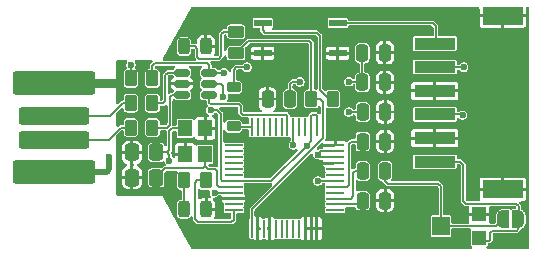
<source format=gbr>
%TF.GenerationSoftware,KiCad,Pcbnew,9.0.4*%
%TF.CreationDate,2025-09-22T16:02:19+02:00*%
%TF.ProjectId,SAULink9_ATPI_v2.0,5341554c-696e-46b3-995f-415450495f76,rev?*%
%TF.SameCoordinates,Original*%
%TF.FileFunction,Copper,L1,Top*%
%TF.FilePolarity,Positive*%
%FSLAX46Y46*%
G04 Gerber Fmt 4.6, Leading zero omitted, Abs format (unit mm)*
G04 Created by KiCad (PCBNEW 9.0.4) date 2025-09-22 16:02:19*
%MOMM*%
%LPD*%
G01*
G04 APERTURE LIST*
G04 Aperture macros list*
%AMRoundRect*
0 Rectangle with rounded corners*
0 $1 Rounding radius*
0 $2 $3 $4 $5 $6 $7 $8 $9 X,Y pos of 4 corners*
0 Add a 4 corners polygon primitive as box body*
4,1,4,$2,$3,$4,$5,$6,$7,$8,$9,$2,$3,0*
0 Add four circle primitives for the rounded corners*
1,1,$1+$1,$2,$3*
1,1,$1+$1,$4,$5*
1,1,$1+$1,$6,$7*
1,1,$1+$1,$8,$9*
0 Add four rect primitives between the rounded corners*
20,1,$1+$1,$2,$3,$4,$5,0*
20,1,$1+$1,$4,$5,$6,$7,0*
20,1,$1+$1,$6,$7,$8,$9,0*
20,1,$1+$1,$8,$9,$2,$3,0*%
%AMFreePoly0*
4,1,23,0.500000,-0.750000,0.000000,-0.750000,0.000000,-0.745722,-0.065263,-0.745722,-0.191342,-0.711940,-0.304381,-0.646677,-0.396677,-0.554381,-0.461940,-0.441342,-0.495722,-0.315263,-0.495722,-0.250000,-0.500000,-0.250000,-0.500000,0.250000,-0.495722,0.250000,-0.495722,0.315263,-0.461940,0.441342,-0.396677,0.554381,-0.304381,0.646677,-0.191342,0.711940,-0.065263,0.745722,0.000000,0.745722,
0.000000,0.750000,0.500000,0.750000,0.500000,-0.750000,0.500000,-0.750000,$1*%
%AMFreePoly1*
4,1,23,0.000000,0.745722,0.065263,0.745722,0.191342,0.711940,0.304381,0.646677,0.396677,0.554381,0.461940,0.441342,0.495722,0.315263,0.495722,0.250000,0.500000,0.250000,0.500000,-0.250000,0.495722,-0.250000,0.495722,-0.315263,0.461940,-0.441342,0.396677,-0.554381,0.304381,-0.646677,0.191342,-0.711940,0.065263,-0.745722,0.000000,-0.745722,0.000000,-0.750000,-0.500000,-0.750000,
-0.500000,0.750000,0.000000,0.750000,0.000000,0.745722,0.000000,0.745722,$1*%
G04 Aperture macros list end*
%TA.AperFunction,SMDPad,CuDef*%
%ADD10RoundRect,0.250000X-0.250000X-0.475000X0.250000X-0.475000X0.250000X0.475000X-0.250000X0.475000X0*%
%TD*%
%TA.AperFunction,SMDPad,CuDef*%
%ADD11RoundRect,0.250000X-0.262500X-0.450000X0.262500X-0.450000X0.262500X0.450000X-0.262500X0.450000X0*%
%TD*%
%TA.AperFunction,SMDPad,CuDef*%
%ADD12RoundRect,0.250000X0.250000X0.475000X-0.250000X0.475000X-0.250000X-0.475000X0.250000X-0.475000X0*%
%TD*%
%TA.AperFunction,SMDPad,CuDef*%
%ADD13RoundRect,0.250000X-3.250000X-0.750000X3.250000X-0.750000X3.250000X0.750000X-3.250000X0.750000X0*%
%TD*%
%TA.AperFunction,SMDPad,CuDef*%
%ADD14RoundRect,0.250000X-2.750000X-0.500000X2.750000X-0.500000X2.750000X0.500000X-2.750000X0.500000X0*%
%TD*%
%TA.AperFunction,SMDPad,CuDef*%
%ADD15FreePoly0,180.000000*%
%TD*%
%TA.AperFunction,SMDPad,CuDef*%
%ADD16FreePoly1,180.000000*%
%TD*%
%TA.AperFunction,SMDPad,CuDef*%
%ADD17R,1.200000X1.200000*%
%TD*%
%TA.AperFunction,SMDPad,CuDef*%
%ADD18R,1.500000X1.600000*%
%TD*%
%TA.AperFunction,SMDPad,CuDef*%
%ADD19RoundRect,0.250000X-0.450000X0.262500X-0.450000X-0.262500X0.450000X-0.262500X0.450000X0.262500X0*%
%TD*%
%TA.AperFunction,SMDPad,CuDef*%
%ADD20RoundRect,0.250000X0.337500X0.475000X-0.337500X0.475000X-0.337500X-0.475000X0.337500X-0.475000X0*%
%TD*%
%TA.AperFunction,SMDPad,CuDef*%
%ADD21RoundRect,0.243750X0.243750X0.456250X-0.243750X0.456250X-0.243750X-0.456250X0.243750X-0.456250X0*%
%TD*%
%TA.AperFunction,SMDPad,CuDef*%
%ADD22RoundRect,0.250000X-0.337500X-0.475000X0.337500X-0.475000X0.337500X0.475000X-0.337500X0.475000X0*%
%TD*%
%TA.AperFunction,SMDPad,CuDef*%
%ADD23R,3.500000X1.000000*%
%TD*%
%TA.AperFunction,SMDPad,CuDef*%
%ADD24R,3.400000X1.500000*%
%TD*%
%TA.AperFunction,SMDPad,CuDef*%
%ADD25R,1.500000X0.600000*%
%TD*%
%TA.AperFunction,SMDPad,CuDef*%
%ADD26RoundRect,0.250000X0.262500X0.450000X-0.262500X0.450000X-0.262500X-0.450000X0.262500X-0.450000X0*%
%TD*%
%TA.AperFunction,SMDPad,CuDef*%
%ADD27R,1.500000X0.280000*%
%TD*%
%TA.AperFunction,SMDPad,CuDef*%
%ADD28R,0.280000X1.500000*%
%TD*%
%TA.AperFunction,SMDPad,CuDef*%
%ADD29R,1.200000X1.400000*%
%TD*%
%TA.AperFunction,SMDPad,CuDef*%
%ADD30RoundRect,0.150000X-0.512500X-0.150000X0.512500X-0.150000X0.512500X0.150000X-0.512500X0.150000X0*%
%TD*%
%TA.AperFunction,SMDPad,CuDef*%
%ADD31RoundRect,0.225000X-0.375000X0.225000X-0.375000X-0.225000X0.375000X-0.225000X0.375000X0.225000X0*%
%TD*%
%TA.AperFunction,ViaPad*%
%ADD32C,0.600000*%
%TD*%
%TA.AperFunction,Conductor*%
%ADD33C,0.200000*%
%TD*%
%TA.AperFunction,Conductor*%
%ADD34C,0.500000*%
%TD*%
%TA.AperFunction,Conductor*%
%ADD35C,0.800000*%
%TD*%
G04 APERTURE END LIST*
D10*
%TO.P,C5,1*%
%TO.N,Net-(C5-Pad1)*%
X138101252Y-94801748D03*
%TO.P,C5,2*%
%TO.N,GND*%
X140001252Y-94801748D03*
%TD*%
D11*
%TO.P,R3,1*%
%TO.N,Net-(C4-Pad1)*%
X118476252Y-84451748D03*
%TO.P,R3,2*%
%TO.N,Net-(R3-Pad2)*%
X120301252Y-84451748D03*
%TD*%
%TO.P,R6,1*%
%TO.N,Net-(R6-Pad1)*%
X133751252Y-86201748D03*
%TO.P,R6,2*%
%TO.N,Net-(R6-Pad2)*%
X135576252Y-86201748D03*
%TD*%
%TO.P,R2,1*%
%TO.N,Net-(J1-D-)*%
X118476252Y-88626748D03*
%TO.P,R2,2*%
%TO.N,Net-(R2-Pad2)*%
X120301252Y-88626748D03*
%TD*%
D12*
%TO.P,C8,1*%
%TO.N,Net-(J1-VBUS)*%
X131951252Y-86201748D03*
%TO.P,C8,2*%
%TO.N,GND*%
X130051252Y-86201748D03*
%TD*%
D13*
%TO.P,J1,1,VBUS*%
%TO.N,Net-(J1-VBUS)*%
X111987252Y-92387748D03*
D14*
%TO.P,J1,2,D-*%
%TO.N,Net-(J1-D-)*%
X111987252Y-89637748D03*
%TO.P,J1,3,D+*%
%TO.N,Net-(J1-D+)*%
X111987252Y-87637748D03*
D13*
%TO.P,J1,4,GND*%
%TO.N,GND*%
X111987252Y-84887748D03*
%TD*%
D15*
%TO.P,JP1,1,A*%
%TO.N,Net-(JP1-A)*%
X151290000Y-96370000D03*
D16*
%TO.P,JP1,2,B*%
%TO.N,Net-(JP1-B)*%
X149990000Y-96370000D03*
%TD*%
D17*
%TO.P,R8,1,1*%
%TO.N,Net-(JP1-A)*%
X147973200Y-97953200D03*
D18*
%TO.P,R8,2,2*%
%TO.N,Net-(JP1-B)*%
X144723200Y-96953200D03*
D17*
%TO.P,R8,3,3*%
%TO.N,GND*%
X147973200Y-95953200D03*
%TD*%
D19*
%TO.P,R7,1*%
%TO.N,Net-(D3-A)*%
X127376252Y-80501748D03*
%TO.P,R7,2*%
%TO.N,Net-(R6-Pad1)*%
X127376252Y-82326748D03*
%TD*%
D10*
%TO.P,C4,1*%
%TO.N,Net-(C4-Pad1)*%
X138101252Y-87301748D03*
%TO.P,C4,2*%
%TO.N,GND*%
X140001252Y-87301748D03*
%TD*%
D20*
%TO.P,C2,1*%
%TO.N,Net-(C2-Pad1)*%
X120626252Y-90726748D03*
%TO.P,C2,2*%
%TO.N,GND*%
X118551252Y-90726748D03*
%TD*%
D21*
%TO.P,D2,1,K*%
%TO.N,GND*%
X124855000Y-95520000D03*
%TO.P,D2,2,A*%
%TO.N,Net-(D2-A)*%
X122980000Y-95520000D03*
%TD*%
D11*
%TO.P,R5,1*%
%TO.N,Net-(D2-A)*%
X122987352Y-93101748D03*
%TO.P,R5,2*%
%TO.N,Net-(R5-Pad2)*%
X124812352Y-93101748D03*
%TD*%
D22*
%TO.P,C1,1*%
%TO.N,GND*%
X118551252Y-92851748D03*
%TO.P,C1,2*%
%TO.N,Net-(C1-Pad2)*%
X120626252Y-92851748D03*
%TD*%
D10*
%TO.P,C9,1*%
%TO.N,Net-(C9-Pad1)*%
X138101252Y-89801748D03*
%TO.P,C9,2*%
%TO.N,GND*%
X140001252Y-89801748D03*
%TD*%
D23*
%TO.P,J2,1,1*%
%TO.N,Net-(JP1-A)*%
X144200000Y-91510000D03*
%TO.P,J2,2,2*%
%TO.N,GND*%
X144200000Y-89510000D03*
%TO.P,J2,3,3*%
%TO.N,Net-(J2-Pad3)*%
X144200000Y-87510000D03*
%TO.P,J2,4,4*%
%TO.N,GND*%
X144200000Y-85510000D03*
%TO.P,J2,5,5*%
%TO.N,Net-(D1-K)*%
X144200000Y-83510000D03*
%TO.P,J2,6,6*%
%TO.N,Net-(J2-Pad6)*%
X144200000Y-81510000D03*
D24*
%TO.P,J2,S1,SHIELD*%
%TO.N,GND*%
X149950000Y-93860000D03*
%TO.P,J2,S2,SHIELD__1*%
X149950000Y-79160000D03*
%TD*%
D25*
%TO.P,U3,1*%
%TO.N,Net-(R6-Pad2)*%
X129626252Y-79776748D03*
%TO.P,U3,2*%
%TO.N,GND*%
X129626252Y-82316748D03*
%TO.P,U3,3*%
X135976252Y-82316748D03*
%TO.P,U3,4*%
%TO.N,Net-(J2-Pad6)*%
X135976252Y-79776748D03*
%TD*%
D21*
%TO.P,D3,1,K*%
%TO.N,GND*%
X124825000Y-81750000D03*
%TO.P,D3,2,A*%
%TO.N,Net-(D3-A)*%
X122950000Y-81750000D03*
%TD*%
D26*
%TO.P,R1,1*%
%TO.N,Net-(R1-Pad1)*%
X120301252Y-86551748D03*
%TO.P,R1,2*%
%TO.N,Net-(J1-D+)*%
X118476252Y-86551748D03*
%TD*%
D10*
%TO.P,C7,1*%
%TO.N,Net-(J1-VBUS)*%
X138076252Y-82301748D03*
%TO.P,C7,2*%
%TO.N,GND*%
X139976252Y-82301748D03*
%TD*%
D27*
%TO.P,U1,1*%
%TO.N,unconnected-(U1-Pad1)*%
X127176252Y-90126748D03*
%TO.P,U1,2*%
%TO.N,unconnected-(U1-Pad2)*%
X127176252Y-90626748D03*
%TO.P,U1,3*%
%TO.N,unconnected-(U1-Pad3)*%
X127176252Y-91126748D03*
%TO.P,U1,4*%
%TO.N,unconnected-(U1-Pad4)*%
X127176252Y-91626748D03*
%TO.P,U1,5*%
%TO.N,unconnected-(U1-Pad5)*%
X127176252Y-92126748D03*
%TO.P,U1,6*%
%TO.N,unconnected-(U1-Pad6)*%
X127176252Y-92626748D03*
%TO.P,U1,7*%
%TO.N,Net-(C4-Pad1)*%
X127176252Y-93126748D03*
%TO.P,U1,8*%
%TO.N,Net-(C1-Pad2)*%
X127176252Y-93626748D03*
%TO.P,U1,9*%
%TO.N,Net-(C2-Pad1)*%
X127176252Y-94126748D03*
%TO.P,U1,10*%
%TO.N,GND*%
X127176252Y-94626748D03*
%TO.P,U1,11*%
%TO.N,unconnected-(U1-Pad11)*%
X127176252Y-95126748D03*
%TO.P,U1,12*%
%TO.N,Net-(R5-Pad2)*%
X127176252Y-95626748D03*
D28*
%TO.P,U1,13*%
%TO.N,Net-(R6-Pad1)*%
X128726252Y-97176748D03*
%TO.P,U1,14*%
%TO.N,GND*%
X129226252Y-97176748D03*
%TO.P,U1,15*%
%TO.N,unconnected-(U1-Pad15)*%
X129726252Y-97176748D03*
%TO.P,U1,16*%
%TO.N,GND*%
X130226252Y-97176748D03*
%TO.P,U1,17*%
%TO.N,unconnected-(U1-Pad17)*%
X130726252Y-97176748D03*
%TO.P,U1,18*%
%TO.N,unconnected-(U1-Pad18)*%
X131226252Y-97176748D03*
%TO.P,U1,19*%
%TO.N,unconnected-(U1-Pad19)*%
X131726252Y-97176748D03*
%TO.P,U1,20*%
%TO.N,unconnected-(U1-Pad20)*%
X132226252Y-97176748D03*
%TO.P,U1,21*%
%TO.N,unconnected-(U1-Pad21)*%
X132726252Y-97176748D03*
%TO.P,U1,22*%
%TO.N,GND*%
X133226252Y-97176748D03*
%TO.P,U1,23*%
X133726252Y-97176748D03*
%TO.P,U1,24*%
X134226252Y-97176748D03*
D27*
%TO.P,U1,25*%
%TO.N,unconnected-(U1-Pad25)*%
X135776252Y-95626748D03*
%TO.P,U1,26*%
%TO.N,Net-(C5-Pad1)*%
X135776252Y-95126748D03*
%TO.P,U1,27*%
%TO.N,Net-(C3-Pad1)*%
X135776252Y-94626748D03*
%TO.P,U1,28*%
%TO.N,unconnected-(U1-Pad28)*%
X135776252Y-94126748D03*
%TO.P,U1,29*%
%TO.N,Net-(C9-Pad1)*%
X135776252Y-93626748D03*
%TO.P,U1,30*%
%TO.N,Net-(J2-Pad3)*%
X135776252Y-93126748D03*
%TO.P,U1,31*%
%TO.N,unconnected-(U1-Pad31)*%
X135776252Y-92626748D03*
%TO.P,U1,32*%
%TO.N,unconnected-(U1-Pad32)*%
X135776252Y-92126748D03*
%TO.P,U1,33*%
%TO.N,GND*%
X135776252Y-91626748D03*
%TO.P,U1,34*%
%TO.N,Net-(J1-VBUS)*%
X135776252Y-91126748D03*
%TO.P,U1,35*%
X135776252Y-90626748D03*
%TO.P,U1,36*%
%TO.N,GND*%
X135776252Y-90126748D03*
D28*
%TO.P,U1,37*%
%TO.N,Net-(C4-Pad1)*%
X134226252Y-88576748D03*
%TO.P,U1,38*%
X133726252Y-88576748D03*
%TO.P,U1,39*%
%TO.N,unconnected-(U1-Pad39)*%
X133226252Y-88576748D03*
%TO.P,U1,40*%
%TO.N,unconnected-(U1-Pad40)*%
X132726252Y-88576748D03*
%TO.P,U1,41*%
%TO.N,Net-(R3-Pad2)*%
X132226252Y-88576748D03*
%TO.P,U1,42*%
%TO.N,Net-(U1-Pad42)*%
X131726252Y-88576748D03*
%TO.P,U1,43*%
%TO.N,unconnected-(U1-Pad43)*%
X131226252Y-88576748D03*
%TO.P,U1,44*%
%TO.N,unconnected-(U1-Pad44)*%
X130726252Y-88576748D03*
%TO.P,U1,45*%
%TO.N,unconnected-(U1-Pad45)*%
X130226252Y-88576748D03*
%TO.P,U1,46*%
%TO.N,unconnected-(U1-Pad46)*%
X129726252Y-88576748D03*
%TO.P,U1,47*%
%TO.N,unconnected-(U1-Pad47)*%
X129226252Y-88576748D03*
%TO.P,U1,48*%
%TO.N,Net-(D1-A)*%
X128726252Y-88576748D03*
%TD*%
D29*
%TO.P,Y1,1,1*%
%TO.N,Net-(C2-Pad1)*%
X123063452Y-88682148D03*
%TO.P,Y1,2,2*%
%TO.N,GND*%
X123063452Y-90882148D03*
%TO.P,Y1,3,3*%
%TO.N,Net-(C1-Pad2)*%
X124763452Y-90882148D03*
%TO.P,Y1,4,4*%
%TO.N,GND*%
X124763452Y-88682148D03*
%TD*%
D10*
%TO.P,C6,1*%
%TO.N,Net-(J1-VBUS)*%
X138076252Y-84801748D03*
%TO.P,C6,2*%
%TO.N,GND*%
X139976252Y-84801748D03*
%TD*%
%TO.P,C3,1*%
%TO.N,Net-(C3-Pad1)*%
X138101252Y-92301748D03*
%TO.P,C3,2*%
%TO.N,Net-(JP1-B)*%
X140001252Y-92301748D03*
%TD*%
D30*
%TO.P,U2,1,I/O1*%
%TO.N,Net-(R1-Pad1)*%
X122805000Y-83960000D03*
%TO.P,U2,2,GND*%
%TO.N,GND*%
X122805000Y-84910000D03*
%TO.P,U2,3,I/O2*%
%TO.N,Net-(R2-Pad2)*%
X122805000Y-85860000D03*
%TO.P,U2,4,I/O2*%
%TO.N,Net-(U1-Pad42)*%
X125080000Y-85860000D03*
%TO.P,U2,5,VBUS*%
%TO.N,Net-(J1-VBUS)*%
X125080000Y-84910000D03*
%TO.P,U2,6,I/O1*%
%TO.N,Net-(R3-Pad2)*%
X125080000Y-83960000D03*
%TD*%
D31*
%TO.P,D1,1,K*%
%TO.N,Net-(D1-K)*%
X127176252Y-85201748D03*
%TO.P,D1,2,A*%
%TO.N,Net-(D1-A)*%
X127176252Y-88501748D03*
%TD*%
D32*
%TO.N,Net-(C2-Pad1)*%
X121729252Y-91443048D03*
X125561752Y-94126748D03*
%TO.N,Net-(J2-Pad3)*%
X134300000Y-93150000D03*
X146550000Y-87550000D03*
%TO.N,Net-(J1-VBUS)*%
X126310000Y-86030000D03*
X136926252Y-84739748D03*
X116638752Y-91150000D03*
X132776252Y-84750496D03*
X134276252Y-90901748D03*
%TO.N,Net-(D1-K)*%
X146650000Y-83500000D03*
X128300000Y-83500000D03*
%TO.N,GND*%
X126800000Y-87400000D03*
X129651252Y-91801748D03*
X145700000Y-93800000D03*
X150610000Y-98210000D03*
X130351252Y-95201748D03*
X132426252Y-93051748D03*
X129126252Y-93826748D03*
X133776252Y-92076748D03*
X132451252Y-95201748D03*
X130101252Y-90126748D03*
X134326252Y-94851748D03*
X132850000Y-79800000D03*
%TO.N,Net-(R3-Pad2)*%
X132226252Y-90101748D03*
X126360000Y-83970000D03*
%TO.N,Net-(C4-Pad1)*%
X136926252Y-87301748D03*
X133363752Y-90139248D03*
X118476252Y-83301748D03*
X125230000Y-87160000D03*
%TD*%
D33*
%TO.N,Net-(JP1-B)*%
X140210000Y-93370000D02*
X140001252Y-93161252D01*
X144500000Y-93370000D02*
X140210000Y-93370000D01*
X144723200Y-93593200D02*
X144500000Y-93370000D01*
X144723200Y-96953200D02*
X144723200Y-93593200D01*
X140001252Y-93161252D02*
X140001252Y-92551012D01*
%TO.N,Net-(C1-Pad2)*%
X120626252Y-92851748D02*
X121395652Y-92082348D01*
X125726252Y-93451748D02*
X125726252Y-92301748D01*
X125576252Y-92151748D02*
X125033052Y-92151748D01*
X124563252Y-92082348D02*
X124763452Y-91882148D01*
X124763452Y-90882148D02*
X124763452Y-91121648D01*
X124763452Y-91121648D02*
X124763452Y-91361248D01*
X124763452Y-91382148D02*
X124763452Y-91361248D01*
X125033052Y-92151748D02*
X124763452Y-91882148D01*
X124763452Y-91832148D02*
X124763452Y-91882148D01*
X127176252Y-93626748D02*
X125901252Y-93626748D01*
X125726252Y-92301748D02*
X125576252Y-92151748D01*
X125901252Y-93626748D02*
X125726252Y-93451748D01*
X124763452Y-91382148D02*
X124763452Y-91832148D01*
X121395652Y-92082348D02*
X124563252Y-92082348D01*
%TO.N,Net-(C2-Pad1)*%
X121551252Y-90726748D02*
X120626252Y-90726748D01*
X123063452Y-88682148D02*
X121995852Y-88682148D01*
X121726252Y-90551748D02*
X121551252Y-90726748D01*
X121995852Y-88682148D02*
X121726252Y-88951748D01*
X123063452Y-88682148D02*
X123001252Y-88619948D01*
X121551252Y-90726748D02*
X121729252Y-90904748D01*
X121729252Y-90904748D02*
X121729252Y-91443048D01*
X127176252Y-94126748D02*
X125561752Y-94126748D01*
X121726252Y-88951748D02*
X121726252Y-90551748D01*
%TO.N,Net-(J2-Pad3)*%
X144307200Y-87523200D02*
X144320400Y-87510000D01*
X134323252Y-93126748D02*
X135776252Y-93126748D01*
X134276748Y-93126748D02*
X134300000Y-93150000D01*
X144320400Y-87510000D02*
X146510000Y-87510000D01*
X134300000Y-93150000D02*
X134323252Y-93126748D01*
X146510000Y-87510000D02*
X146550000Y-87550000D01*
%TO.N,Net-(C5-Pad1)*%
X135776252Y-95126748D02*
X137701252Y-95126748D01*
X137701252Y-95126748D02*
X138026252Y-94801748D01*
%TO.N,Net-(J1-VBUS)*%
X125080000Y-84910000D02*
X126080000Y-84910000D01*
X136926252Y-84739748D02*
X137989252Y-84739748D01*
X132126252Y-84750496D02*
X131951252Y-84925496D01*
X134276252Y-90901748D02*
X134501252Y-91126748D01*
X132776252Y-84750496D02*
X132126252Y-84750496D01*
X134551252Y-90626748D02*
X135776252Y-90626748D01*
X126310000Y-85140000D02*
X126310000Y-86030000D01*
D34*
X116415252Y-92387748D02*
X111987252Y-92387748D01*
D33*
X126080000Y-84910000D02*
X126310000Y-85140000D01*
X134276252Y-90901748D02*
X134551252Y-90626748D01*
X138051252Y-84677748D02*
X138051252Y-82301748D01*
D34*
X116638752Y-92164248D02*
X116415252Y-92387748D01*
X116638752Y-91150000D02*
X116638752Y-92164248D01*
D33*
X137989252Y-84739748D02*
X138051252Y-84801748D01*
X137989252Y-84739748D02*
X138051252Y-84677748D01*
X134501252Y-91126748D02*
X135776252Y-91126748D01*
X131951252Y-84925496D02*
X131951252Y-86201748D01*
%TO.N,Net-(C9-Pad1)*%
X136926252Y-93473748D02*
X136926252Y-90023748D01*
X136926252Y-90023748D02*
X137148252Y-89801748D01*
X137148252Y-89801748D02*
X138101252Y-89801748D01*
X136773252Y-93626748D02*
X136926252Y-93473748D01*
X135776252Y-93626748D02*
X136773252Y-93626748D01*
%TO.N,Net-(D1-K)*%
X146673200Y-83523200D02*
X146723200Y-83523200D01*
X146650000Y-83500000D02*
X146673200Y-83523200D01*
X146750000Y-83550000D02*
X146723200Y-83523200D01*
X127400000Y-83500000D02*
X127176252Y-83723748D01*
X128300000Y-83500000D02*
X127400000Y-83500000D01*
X127176252Y-83723748D02*
X127176252Y-85201748D01*
X144307200Y-83523200D02*
X146626800Y-83523200D01*
X146626800Y-83523200D02*
X146650000Y-83500000D01*
%TO.N,Net-(D1-A)*%
X127176252Y-88501748D02*
X127214504Y-88540000D01*
X128689504Y-88540000D02*
X128726252Y-88576748D01*
X127214504Y-88540000D02*
X128689504Y-88540000D01*
%TO.N,Net-(D2-A)*%
X122987352Y-95261148D02*
X122987352Y-93101748D01*
X122962352Y-95286148D02*
X122987352Y-95261148D01*
%TO.N,Net-(J1-D-)*%
X116590252Y-89637748D02*
X117601252Y-88626748D01*
X117601252Y-88626748D02*
X118476252Y-88626748D01*
X111987252Y-89637748D02*
X116590252Y-89637748D01*
%TO.N,GND*%
X124763452Y-88682148D02*
X124763452Y-88638948D01*
X140160552Y-90388948D02*
X140176252Y-90388948D01*
X125700000Y-95520000D02*
X125840000Y-95380000D01*
X117465252Y-84887748D02*
X117476252Y-84876748D01*
X125840000Y-94780000D02*
X125993252Y-94626748D01*
X140176252Y-89801748D02*
X139951252Y-89576748D01*
D35*
X111987252Y-84887748D02*
X117465252Y-84887748D01*
D33*
X112073252Y-84801748D02*
X111987252Y-84887748D01*
X133226252Y-97176748D02*
X133226252Y-96681548D01*
X139951252Y-82087348D02*
X139951252Y-82301748D01*
X125993252Y-94626748D02*
X127176252Y-94626748D01*
X124855000Y-95520000D02*
X125700000Y-95520000D01*
X133726252Y-97176748D02*
X133726252Y-96651648D01*
X125840000Y-95380000D02*
X125840000Y-94780000D01*
X134226252Y-97176748D02*
X134226252Y-96651648D01*
X140176252Y-90388948D02*
X140176252Y-89801748D01*
X133226252Y-96681548D02*
X133226252Y-96651648D01*
%TO.N,Net-(R1-Pad1)*%
X121376252Y-84260000D02*
X121376252Y-84170000D01*
X121586252Y-83960000D02*
X121376252Y-84170000D01*
X121376252Y-86401748D02*
X121226252Y-86551748D01*
X121376252Y-84170000D02*
X121376252Y-86401748D01*
X121226252Y-86551748D02*
X120301252Y-86551748D01*
X122805000Y-83960000D02*
X121586252Y-83960000D01*
%TO.N,Net-(R2-Pad2)*%
X121776252Y-88373748D02*
X121523252Y-88626748D01*
X121776252Y-86030000D02*
X121776252Y-88373748D01*
X121946252Y-85860000D02*
X121776252Y-86030000D01*
X121523252Y-88626748D02*
X120301252Y-88626748D01*
X122805000Y-85860000D02*
X121946252Y-85860000D01*
%TO.N,Net-(J1-D+)*%
X116690252Y-87637748D02*
X111987252Y-87637748D01*
X118476252Y-86551748D02*
X117776252Y-86551748D01*
X117776252Y-86551748D02*
X116690252Y-87637748D01*
%TO.N,Net-(JP1-A)*%
X148790000Y-98200000D02*
X148220000Y-98200000D01*
X151290000Y-97210000D02*
X151140000Y-97360000D01*
X151140000Y-97360000D02*
X149080000Y-97360000D01*
X146373200Y-91523200D02*
X146626800Y-91776800D01*
X151300000Y-96360000D02*
X151290000Y-96370000D01*
X146853000Y-95053000D02*
X151093000Y-95053000D01*
X144307200Y-91523200D02*
X146373200Y-91523200D01*
X146626800Y-91776800D02*
X146626800Y-94826800D01*
X148220000Y-98200000D02*
X147973200Y-97953200D01*
X151093000Y-95053000D02*
X151300000Y-95260000D01*
X149080000Y-97360000D02*
X148890000Y-97550000D01*
X151300000Y-95260000D02*
X151300000Y-96360000D01*
X148890000Y-98100000D02*
X148790000Y-98200000D01*
X146626800Y-94826800D02*
X146853000Y-95053000D01*
X148890000Y-97550000D02*
X148890000Y-98100000D01*
X151290000Y-96370000D02*
X151290000Y-97210000D01*
%TO.N,Net-(R5-Pad2)*%
X127176252Y-95626748D02*
X127176252Y-96413748D01*
X126990000Y-96600000D02*
X124160000Y-96600000D01*
X124160000Y-96600000D02*
X123926252Y-96366252D01*
X124098252Y-93101748D02*
X124812352Y-93101748D01*
X123926252Y-96366252D02*
X123926252Y-93273748D01*
X123926252Y-93273748D02*
X124098252Y-93101748D01*
X127176252Y-96413748D02*
X126990000Y-96600000D01*
%TO.N,Net-(R3-Pad2)*%
X125080000Y-83960000D02*
X125100000Y-83940000D01*
X126250000Y-83960000D02*
X126280000Y-83990000D01*
X125100000Y-83360000D02*
X124913185Y-83173185D01*
X120301252Y-83378748D02*
X120301252Y-84451748D01*
X124913185Y-83173185D02*
X120506815Y-83173185D01*
X132226252Y-90101748D02*
X132226252Y-88576748D01*
X125100000Y-83940000D02*
X125100000Y-83360000D01*
X125080000Y-83960000D02*
X126250000Y-83960000D01*
X120506815Y-83173185D02*
X120301252Y-83378748D01*
%TO.N,Net-(U1-Pad42)*%
X127950000Y-87520000D02*
X131644504Y-87520000D01*
X127776252Y-86826252D02*
X127776252Y-87346252D01*
X127776252Y-87346252D02*
X127950000Y-87520000D01*
X125080000Y-85860000D02*
X125080000Y-86510000D01*
X125080000Y-86510000D02*
X125229000Y-86659000D01*
X127609000Y-86659000D02*
X127776252Y-86826252D01*
X125229000Y-86659000D02*
X127609000Y-86659000D01*
X131644504Y-87520000D02*
X131726252Y-87601748D01*
X131726252Y-87601748D02*
X131726252Y-88576748D01*
%TO.N,Net-(J2-Pad6)*%
X135761252Y-79776748D02*
X135976252Y-79776748D01*
X144026748Y-79776748D02*
X144307200Y-80057200D01*
X135751252Y-79786748D02*
X135761252Y-79776748D01*
X135976252Y-79776748D02*
X136001252Y-79801748D01*
X144307200Y-80057200D02*
X144307200Y-81523200D01*
X135976252Y-79776748D02*
X144026748Y-79776748D01*
%TO.N,Net-(R6-Pad1)*%
X134751252Y-89490948D02*
X134751252Y-86476748D01*
X127376252Y-82323748D02*
X128420000Y-81280000D01*
X128726252Y-97176748D02*
X128726252Y-95515948D01*
X128726252Y-95515948D02*
X134751252Y-89490948D01*
X133570000Y-81280000D02*
X133751252Y-81461252D01*
X133751252Y-81461252D02*
X133751252Y-86201748D01*
X127376252Y-82326748D02*
X127376252Y-82323748D01*
X128420000Y-81280000D02*
X133570000Y-81280000D01*
X134476252Y-86201748D02*
X133751252Y-86201748D01*
X134751252Y-86476748D02*
X134476252Y-86201748D01*
%TO.N,Net-(R6-Pad2)*%
X129626252Y-79776748D02*
X129626252Y-80396252D01*
X134226252Y-80576252D02*
X134490000Y-80840000D01*
X129806252Y-80576252D02*
X134226252Y-80576252D01*
X134490000Y-85410000D02*
X135281748Y-86201748D01*
X134490000Y-80840000D02*
X134490000Y-85410000D01*
X135281748Y-86201748D02*
X135576252Y-86201748D01*
X129626252Y-80396252D02*
X129806252Y-80576252D01*
%TO.N,Net-(JP1-B)*%
X149406800Y-96953200D02*
X149990000Y-96370000D01*
X144723200Y-96953200D02*
X149406800Y-96953200D01*
%TO.N,Net-(C4-Pad1)*%
X136926252Y-87301748D02*
X138101252Y-87301748D01*
X134226252Y-88576748D02*
X134226252Y-87601748D01*
X134226252Y-87601748D02*
X134151252Y-87526748D01*
X133801252Y-87526748D02*
X133776252Y-87551748D01*
X126076252Y-87456252D02*
X126076252Y-93001748D01*
X125230000Y-87160000D02*
X125780000Y-87160000D01*
X118398052Y-84373548D02*
X118476252Y-84451748D01*
X125780000Y-87160000D02*
X126076252Y-87456252D01*
X118476252Y-83301748D02*
X118476252Y-84451748D01*
X133726252Y-88576748D02*
X133726252Y-89776748D01*
X134151252Y-87526748D02*
X133801252Y-87526748D01*
X126201252Y-93126748D02*
X127176252Y-93126748D01*
X133776252Y-87551748D02*
X133726252Y-87601748D01*
X138051252Y-86726748D02*
X138051252Y-87301748D01*
X133726252Y-89776748D02*
X133363752Y-90139248D01*
X133726252Y-88839248D02*
X133726252Y-89101748D01*
X133726252Y-88839248D02*
X133726252Y-88576748D01*
X133363752Y-90139248D02*
X130376252Y-93126748D01*
X133726252Y-88576748D02*
X133726252Y-87601748D01*
X130376252Y-93126748D02*
X127176252Y-93126748D01*
X126076252Y-93001748D02*
X126201252Y-93126748D01*
%TO.N,Net-(D3-A)*%
X126130000Y-80720000D02*
X126348252Y-80501748D01*
X124250000Y-82780000D02*
X125900000Y-82780000D01*
X124100000Y-81960000D02*
X124100000Y-82630000D01*
X125900000Y-82780000D02*
X126130000Y-82550000D01*
X126130000Y-82550000D02*
X126130000Y-80720000D01*
X123130000Y-81750000D02*
X123890000Y-81750000D01*
X126348252Y-80501748D02*
X127376252Y-80501748D01*
X123890000Y-81750000D02*
X124100000Y-81960000D01*
X124100000Y-82630000D02*
X124250000Y-82780000D01*
%TO.N,Net-(C3-Pad1)*%
X137450000Y-92300000D02*
X137451748Y-92301748D01*
X137451748Y-92301748D02*
X138101252Y-92301748D01*
X137123252Y-94626748D02*
X137300000Y-94450000D01*
X137300000Y-94450000D02*
X137300000Y-92450000D01*
X137300000Y-92450000D02*
X137450000Y-92300000D01*
X135776252Y-94626748D02*
X137123252Y-94626748D01*
%TO.N,Net-(JP1-B)*%
X140001252Y-92551012D02*
X139876620Y-92426380D01*
%TD*%
%TA.AperFunction,Conductor*%
%TO.N,GND*%
G36*
X147876070Y-78420518D02*
G01*
X147943096Y-78440238D01*
X147988822Y-78493067D01*
X148000000Y-78544517D01*
X148000000Y-79035000D01*
X151900000Y-79035000D01*
X151900000Y-78546768D01*
X151902560Y-78538048D01*
X151901272Y-78529054D01*
X151912249Y-78505049D01*
X151919685Y-78479729D01*
X151926550Y-78473779D01*
X151930331Y-78465514D01*
X151952546Y-78451254D01*
X151972489Y-78433974D01*
X151983038Y-78431681D01*
X151989130Y-78427772D01*
X152024061Y-78422768D01*
X152075569Y-78422796D01*
X152142596Y-78442517D01*
X152188322Y-78495346D01*
X152199500Y-78546796D01*
X152199500Y-98752795D01*
X152179815Y-98819834D01*
X152127011Y-98865589D01*
X152075433Y-98876795D01*
X148681262Y-98874954D01*
X148614233Y-98855233D01*
X148568507Y-98802404D01*
X148558601Y-98733240D01*
X148587660Y-98669700D01*
X148612441Y-98647850D01*
X148645657Y-98625657D01*
X148667869Y-98592413D01*
X148667870Y-98592408D01*
X148673700Y-98563101D01*
X148673700Y-98524500D01*
X148693385Y-98457461D01*
X148746189Y-98411706D01*
X148797700Y-98400500D01*
X148829880Y-98400500D01*
X148829882Y-98400500D01*
X148903574Y-98369976D01*
X148986132Y-98287415D01*
X148986135Y-98287414D01*
X149003573Y-98269976D01*
X149003574Y-98269976D01*
X149059976Y-98213574D01*
X149090500Y-98139882D01*
X149090500Y-97684500D01*
X149110185Y-97617461D01*
X149162989Y-97571706D01*
X149214500Y-97560500D01*
X151179880Y-97560500D01*
X151179882Y-97560500D01*
X151253574Y-97529976D01*
X151459976Y-97323574D01*
X151490500Y-97249882D01*
X151490500Y-97249881D01*
X151495174Y-97238598D01*
X151496878Y-97239304D01*
X151522363Y-97190579D01*
X151549599Y-97169291D01*
X151576604Y-97153700D01*
X151649757Y-97111465D01*
X151671607Y-97094699D01*
X151764699Y-97001607D01*
X151781465Y-96979757D01*
X151847291Y-96865743D01*
X151857830Y-96840299D01*
X151891905Y-96713132D01*
X151895500Y-96685826D01*
X151895500Y-96054174D01*
X151891905Y-96026868D01*
X151857830Y-95899701D01*
X151847291Y-95874257D01*
X151807861Y-95805962D01*
X151781466Y-95760244D01*
X151764698Y-95738392D01*
X151764694Y-95738387D01*
X151671612Y-95645305D01*
X151671607Y-95645301D01*
X151649755Y-95628533D01*
X151562500Y-95578157D01*
X151514285Y-95527590D01*
X151500500Y-95470770D01*
X151500500Y-95220119D01*
X151500499Y-95220116D01*
X151469976Y-95146426D01*
X151413574Y-95090024D01*
X151395231Y-95071681D01*
X151361746Y-95010358D01*
X151366730Y-94940666D01*
X151408602Y-94884733D01*
X151474066Y-94860316D01*
X151482912Y-94860000D01*
X151674626Y-94860000D01*
X151674628Y-94859999D01*
X151747540Y-94845496D01*
X151747544Y-94845494D01*
X151830239Y-94790239D01*
X151885494Y-94707544D01*
X151885496Y-94707540D01*
X151899999Y-94634628D01*
X151900000Y-94634626D01*
X151900000Y-93985000D01*
X148000000Y-93985000D01*
X148000000Y-94634626D01*
X147999999Y-94634626D01*
X148013861Y-94704308D01*
X148007634Y-94773900D01*
X147964771Y-94829077D01*
X147898882Y-94852322D01*
X147892244Y-94852500D01*
X146987412Y-94852500D01*
X146957971Y-94843855D01*
X146927985Y-94837332D01*
X146922969Y-94833577D01*
X146920373Y-94832815D01*
X146899731Y-94816181D01*
X146863619Y-94780069D01*
X146830134Y-94718746D01*
X146827300Y-94692388D01*
X146827300Y-93085371D01*
X148000000Y-93085371D01*
X148000000Y-93735000D01*
X149825000Y-93735000D01*
X150075000Y-93735000D01*
X151900000Y-93735000D01*
X151900000Y-93085373D01*
X151899999Y-93085371D01*
X151885496Y-93012459D01*
X151885494Y-93012455D01*
X151830239Y-92929760D01*
X151747544Y-92874505D01*
X151747540Y-92874503D01*
X151674627Y-92860000D01*
X150075000Y-92860000D01*
X150075000Y-93735000D01*
X149825000Y-93735000D01*
X149825000Y-92860000D01*
X148225373Y-92860000D01*
X148152459Y-92874503D01*
X148152455Y-92874505D01*
X148069760Y-92929760D01*
X148014505Y-93012455D01*
X148014503Y-93012459D01*
X148000000Y-93085371D01*
X146827300Y-93085371D01*
X146827300Y-91736919D01*
X146827299Y-91736916D01*
X146796776Y-91663226D01*
X146740374Y-91606824D01*
X146486774Y-91353224D01*
X146452929Y-91339205D01*
X146413083Y-91322700D01*
X146413082Y-91322700D01*
X146174499Y-91322700D01*
X146107460Y-91303015D01*
X146061705Y-91250211D01*
X146050499Y-91198700D01*
X146050499Y-91000105D01*
X146050498Y-91000097D01*
X146044669Y-90970787D01*
X146022457Y-90937542D01*
X145989214Y-90915332D01*
X145989215Y-90915332D01*
X145989213Y-90915331D01*
X145989211Y-90915330D01*
X145989208Y-90915329D01*
X145959901Y-90909500D01*
X142440105Y-90909500D01*
X142440097Y-90909501D01*
X142410787Y-90915330D01*
X142377542Y-90937542D01*
X142355332Y-90970785D01*
X142355329Y-90970791D01*
X142349500Y-91000098D01*
X142349500Y-92019894D01*
X142349501Y-92019902D01*
X142355330Y-92049212D01*
X142377542Y-92082457D01*
X142394219Y-92093599D01*
X142410787Y-92104669D01*
X142410790Y-92104669D01*
X142410791Y-92104670D01*
X142420647Y-92106630D01*
X142440101Y-92110500D01*
X145959898Y-92110499D01*
X145989213Y-92104669D01*
X146022457Y-92082457D01*
X146044669Y-92049213D01*
X146046744Y-92038781D01*
X146050500Y-92019901D01*
X146050500Y-91847700D01*
X146053050Y-91839014D01*
X146051762Y-91830053D01*
X146062740Y-91806012D01*
X146070185Y-91780661D01*
X146077025Y-91774733D01*
X146080787Y-91766497D01*
X146103021Y-91752207D01*
X146122989Y-91734906D01*
X146133503Y-91732618D01*
X146139565Y-91728723D01*
X146174500Y-91723700D01*
X146238788Y-91723700D01*
X146305827Y-91743385D01*
X146326469Y-91760019D01*
X146389981Y-91823531D01*
X146423466Y-91884854D01*
X146426300Y-91911212D01*
X146426300Y-94866683D01*
X146436928Y-94892340D01*
X146456824Y-94940374D01*
X146739426Y-95222976D01*
X146813118Y-95253500D01*
X146892882Y-95253500D01*
X146999200Y-95253500D01*
X147066239Y-95273185D01*
X147111994Y-95325989D01*
X147123200Y-95377500D01*
X147123200Y-95828200D01*
X148823200Y-95828200D01*
X148823200Y-95377500D01*
X148842885Y-95310461D01*
X148895689Y-95264706D01*
X148947200Y-95253500D01*
X150958588Y-95253500D01*
X150988028Y-95262144D01*
X151018015Y-95268668D01*
X151023030Y-95272422D01*
X151025627Y-95273185D01*
X151046269Y-95289819D01*
X151059269Y-95302819D01*
X151092754Y-95364142D01*
X151087770Y-95433834D01*
X151045898Y-95489767D01*
X150980434Y-95514184D01*
X150971588Y-95514500D01*
X150790000Y-95514500D01*
X150783865Y-95515471D01*
X150757401Y-95519663D01*
X150757398Y-95519664D01*
X150716160Y-95549625D01*
X150650353Y-95573103D01*
X150582300Y-95557276D01*
X150568673Y-95545124D01*
X150567898Y-95546192D01*
X150552010Y-95534648D01*
X150490001Y-95514500D01*
X150490000Y-95514500D01*
X149924174Y-95514500D01*
X149924168Y-95514500D01*
X149896870Y-95518094D01*
X149769696Y-95552171D01*
X149744262Y-95562706D01*
X149744250Y-95562712D01*
X149630244Y-95628533D01*
X149608392Y-95645301D01*
X149608387Y-95645305D01*
X149515305Y-95738387D01*
X149515301Y-95738392D01*
X149498533Y-95760244D01*
X149432712Y-95874250D01*
X149432706Y-95874262D01*
X149422171Y-95899696D01*
X149388094Y-96026870D01*
X149384500Y-96054168D01*
X149384500Y-96628700D01*
X149364815Y-96695739D01*
X149312011Y-96741494D01*
X149260500Y-96752700D01*
X148939510Y-96752700D01*
X148872471Y-96733015D01*
X148826716Y-96680211D01*
X148816772Y-96611053D01*
X148817892Y-96604510D01*
X148823200Y-96577823D01*
X148823200Y-96078200D01*
X147123200Y-96078200D01*
X147123200Y-96577823D01*
X147128508Y-96604510D01*
X147122279Y-96674101D01*
X147079416Y-96729278D01*
X147013526Y-96752522D01*
X147006890Y-96752700D01*
X145697699Y-96752700D01*
X145630660Y-96733015D01*
X145584905Y-96680211D01*
X145573699Y-96628700D01*
X145573699Y-96143305D01*
X145573698Y-96143297D01*
X145567869Y-96113987D01*
X145545657Y-96080742D01*
X145512414Y-96058532D01*
X145512415Y-96058532D01*
X145512413Y-96058531D01*
X145512411Y-96058530D01*
X145512408Y-96058529D01*
X145483101Y-96052700D01*
X145483099Y-96052700D01*
X145047700Y-96052700D01*
X144980661Y-96033015D01*
X144934906Y-95980211D01*
X144923700Y-95928700D01*
X144923700Y-93553319D01*
X144923699Y-93553316D01*
X144922532Y-93550499D01*
X144893176Y-93479626D01*
X144836774Y-93423224D01*
X144829716Y-93416166D01*
X144829708Y-93416159D01*
X144613574Y-93200024D01*
X144599178Y-93194061D01*
X144539883Y-93169500D01*
X144539882Y-93169500D01*
X140648033Y-93169500D01*
X140580994Y-93149815D01*
X140535239Y-93097011D01*
X140525295Y-93027853D01*
X140536632Y-92991040D01*
X140543619Y-92976748D01*
X140591825Y-92878141D01*
X140601752Y-92810008D01*
X140601752Y-91793488D01*
X140597355Y-91763313D01*
X140593509Y-91736916D01*
X140591825Y-91725355D01*
X140540450Y-91620265D01*
X140540448Y-91620263D01*
X140540448Y-91620262D01*
X140457737Y-91537551D01*
X140352643Y-91486174D01*
X140284513Y-91476248D01*
X140284512Y-91476248D01*
X139717992Y-91476248D01*
X139717991Y-91476248D01*
X139649860Y-91486174D01*
X139544766Y-91537551D01*
X139462055Y-91620262D01*
X139410678Y-91725356D01*
X139400752Y-91793487D01*
X139400752Y-92810008D01*
X139410678Y-92878139D01*
X139462055Y-92983233D01*
X139544766Y-93065944D01*
X139544767Y-93065944D01*
X139544769Y-93065946D01*
X139649859Y-93117321D01*
X139703778Y-93125177D01*
X139767275Y-93154319D01*
X139800459Y-93200427D01*
X139800752Y-93201134D01*
X139831276Y-93274826D01*
X140040024Y-93483574D01*
X140096426Y-93539976D01*
X140170118Y-93570500D01*
X144365587Y-93570500D01*
X144395026Y-93579144D01*
X144425012Y-93585667D01*
X144430029Y-93589422D01*
X144432626Y-93590185D01*
X144453267Y-93606817D01*
X144486380Y-93639929D01*
X144519866Y-93701252D01*
X144522700Y-93727612D01*
X144522700Y-95928700D01*
X144503015Y-95995739D01*
X144450211Y-96041494D01*
X144398700Y-96052700D01*
X143963305Y-96052700D01*
X143963297Y-96052701D01*
X143933987Y-96058530D01*
X143900742Y-96080742D01*
X143878532Y-96113985D01*
X143878529Y-96113991D01*
X143872700Y-96143298D01*
X143872700Y-97763094D01*
X143872701Y-97763102D01*
X143878530Y-97792412D01*
X143900742Y-97825657D01*
X143917419Y-97836799D01*
X143933987Y-97847869D01*
X143933990Y-97847869D01*
X143933991Y-97847870D01*
X143943847Y-97849830D01*
X143963301Y-97853700D01*
X145483098Y-97853699D01*
X145512413Y-97847869D01*
X145545657Y-97825657D01*
X145567869Y-97792413D01*
X145567870Y-97792408D01*
X145573700Y-97763101D01*
X145573700Y-97277700D01*
X145593385Y-97210661D01*
X145646189Y-97164906D01*
X145697700Y-97153700D01*
X147159345Y-97153700D01*
X147226384Y-97173385D01*
X147272139Y-97226189D01*
X147282083Y-97295347D01*
X147280286Y-97301885D01*
X147280913Y-97302010D01*
X147272700Y-97343298D01*
X147272700Y-98563094D01*
X147272701Y-98563102D01*
X147278530Y-98592412D01*
X147300742Y-98625657D01*
X147332808Y-98647081D01*
X147377614Y-98700692D01*
X147386324Y-98770016D01*
X147356171Y-98833045D01*
X147296729Y-98869766D01*
X147263853Y-98874185D01*
X123640019Y-98861367D01*
X123572990Y-98841646D01*
X123531121Y-98796550D01*
X122482429Y-96865749D01*
X121213653Y-94529740D01*
X121199616Y-94495851D01*
X121190053Y-94486288D01*
X121183598Y-94474403D01*
X121160135Y-94455408D01*
X121160135Y-94455407D01*
X121155078Y-94451313D01*
X121129149Y-94425384D01*
X121116655Y-94420208D01*
X121106143Y-94411698D01*
X121088798Y-94406563D01*
X121077205Y-94403130D01*
X121070962Y-94401281D01*
X121037080Y-94387248D01*
X121023557Y-94387248D01*
X121010586Y-94383408D01*
X120980571Y-94386567D01*
X120967593Y-94387248D01*
X117353428Y-94387248D01*
X117286389Y-94367563D01*
X117240634Y-94314759D01*
X117229428Y-94263171D01*
X117230011Y-93374592D01*
X117713752Y-93374592D01*
X117720153Y-93434120D01*
X117720155Y-93434127D01*
X117770397Y-93568834D01*
X117770401Y-93568841D01*
X117856561Y-93683935D01*
X117856564Y-93683938D01*
X117971658Y-93770098D01*
X117971665Y-93770102D01*
X118106372Y-93820344D01*
X118106379Y-93820346D01*
X118165907Y-93826747D01*
X118165924Y-93826748D01*
X118426252Y-93826748D01*
X118676252Y-93826748D01*
X118936580Y-93826748D01*
X118936596Y-93826747D01*
X118996124Y-93820346D01*
X118996131Y-93820344D01*
X119130838Y-93770102D01*
X119130845Y-93770098D01*
X119245939Y-93683938D01*
X119245942Y-93683935D01*
X119332102Y-93568841D01*
X119332106Y-93568834D01*
X119382348Y-93434127D01*
X119382350Y-93434120D01*
X119388751Y-93374592D01*
X119388752Y-93374575D01*
X119388752Y-92976748D01*
X118676252Y-92976748D01*
X118676252Y-93826748D01*
X118426252Y-93826748D01*
X118426252Y-92976748D01*
X117713752Y-92976748D01*
X117713752Y-93374592D01*
X117230011Y-93374592D01*
X117231406Y-91249592D01*
X117713752Y-91249592D01*
X117720153Y-91309120D01*
X117720155Y-91309127D01*
X117770397Y-91443834D01*
X117770401Y-91443841D01*
X117856561Y-91558935D01*
X117856564Y-91558938D01*
X117971658Y-91645098D01*
X117971665Y-91645102D01*
X118046639Y-91673066D01*
X118102573Y-91714937D01*
X118126990Y-91780402D01*
X118112138Y-91848675D01*
X118062733Y-91898080D01*
X118046639Y-91905430D01*
X117971665Y-91933393D01*
X117971658Y-91933397D01*
X117856564Y-92019557D01*
X117856561Y-92019560D01*
X117770401Y-92134654D01*
X117770397Y-92134661D01*
X117720155Y-92269368D01*
X117720153Y-92269375D01*
X117713752Y-92328903D01*
X117713752Y-92726748D01*
X118426252Y-92726748D01*
X118426252Y-91876597D01*
X118415820Y-91857492D01*
X118401320Y-91840759D01*
X118399403Y-91827427D01*
X118392948Y-91815606D01*
X118394527Y-91793519D01*
X118391376Y-91771601D01*
X118396971Y-91759349D01*
X118397932Y-91745914D01*
X118411202Y-91728187D01*
X118420401Y-91708045D01*
X118426124Y-91701898D01*
X118676252Y-91701898D01*
X118686683Y-91721003D01*
X118701184Y-91737737D01*
X118703100Y-91751068D01*
X118709556Y-91762890D01*
X118707976Y-91784976D01*
X118711128Y-91806895D01*
X118705532Y-91819146D01*
X118704572Y-91832582D01*
X118686691Y-91860404D01*
X118682103Y-91870451D01*
X118678919Y-91872496D01*
X118676252Y-91876647D01*
X118676252Y-92726748D01*
X119388752Y-92726748D01*
X119388752Y-92328920D01*
X119388751Y-92328903D01*
X119382350Y-92269375D01*
X119382348Y-92269368D01*
X119332106Y-92134661D01*
X119332102Y-92134654D01*
X119245942Y-92019560D01*
X119245939Y-92019557D01*
X119130845Y-91933397D01*
X119130838Y-91933393D01*
X119055864Y-91905430D01*
X118999930Y-91863559D01*
X118975513Y-91798095D01*
X118990365Y-91729822D01*
X119039770Y-91680416D01*
X119055864Y-91673066D01*
X119130838Y-91645102D01*
X119130845Y-91645098D01*
X119245939Y-91558938D01*
X119245942Y-91558935D01*
X119332102Y-91443841D01*
X119332106Y-91443834D01*
X119382348Y-91309127D01*
X119382350Y-91309120D01*
X119388751Y-91249592D01*
X119388752Y-91249575D01*
X119388752Y-90851748D01*
X118676252Y-90851748D01*
X118676252Y-91701898D01*
X118426124Y-91701898D01*
X118426252Y-91701761D01*
X118426252Y-90851748D01*
X117713752Y-90851748D01*
X117713752Y-91249592D01*
X117231406Y-91249592D01*
X117232092Y-90203903D01*
X117713752Y-90203903D01*
X117713752Y-90601748D01*
X118426252Y-90601748D01*
X118676252Y-90601748D01*
X119388752Y-90601748D01*
X119388752Y-90203920D01*
X119388751Y-90203903D01*
X119382350Y-90144375D01*
X119382348Y-90144368D01*
X119332106Y-90009661D01*
X119332102Y-90009654D01*
X119245942Y-89894560D01*
X119245939Y-89894557D01*
X119130845Y-89808397D01*
X119130838Y-89808393D01*
X118996131Y-89758151D01*
X118996124Y-89758149D01*
X118936596Y-89751748D01*
X118676252Y-89751748D01*
X118676252Y-90601748D01*
X118426252Y-90601748D01*
X118426252Y-89751748D01*
X118165907Y-89751748D01*
X118106379Y-89758149D01*
X118106372Y-89758151D01*
X117971665Y-89808393D01*
X117971658Y-89808397D01*
X117856564Y-89894557D01*
X117856561Y-89894560D01*
X117770401Y-90009654D01*
X117770397Y-90009661D01*
X117720155Y-90144368D01*
X117720153Y-90144375D01*
X117713752Y-90203903D01*
X117232092Y-90203903D01*
X117232666Y-89330159D01*
X117252395Y-89263136D01*
X117268976Y-89242573D01*
X117647983Y-88863567D01*
X117709306Y-88830082D01*
X117735664Y-88827248D01*
X117739252Y-88827248D01*
X117806291Y-88846933D01*
X117852046Y-88899737D01*
X117863252Y-88951248D01*
X117863252Y-89110008D01*
X117873178Y-89178139D01*
X117873179Y-89178141D01*
X117922446Y-89278920D01*
X117924555Y-89283233D01*
X118007266Y-89365944D01*
X118007267Y-89365944D01*
X118007269Y-89365946D01*
X118112359Y-89417321D01*
X118146425Y-89422284D01*
X118180491Y-89427248D01*
X118180492Y-89427248D01*
X118772013Y-89427248D01*
X118801950Y-89422886D01*
X118840145Y-89417321D01*
X118945235Y-89365946D01*
X119027950Y-89283231D01*
X119079325Y-89178141D01*
X119089252Y-89110008D01*
X119089252Y-88143488D01*
X119079325Y-88075355D01*
X119027950Y-87970265D01*
X119027948Y-87970263D01*
X119027948Y-87970262D01*
X118945237Y-87887551D01*
X118910317Y-87870480D01*
X118840145Y-87836175D01*
X118840143Y-87836174D01*
X118772013Y-87826248D01*
X118772012Y-87826248D01*
X118180492Y-87826248D01*
X118180491Y-87826248D01*
X118112360Y-87836174D01*
X118007266Y-87887551D01*
X117924555Y-87970262D01*
X117873178Y-88075356D01*
X117863252Y-88143487D01*
X117863252Y-88302248D01*
X117843567Y-88369287D01*
X117790763Y-88415042D01*
X117739252Y-88426248D01*
X117641134Y-88426248D01*
X117561370Y-88426248D01*
X117561368Y-88426248D01*
X117561366Y-88426249D01*
X117487680Y-88456769D01*
X117487677Y-88456771D01*
X117444949Y-88499500D01*
X117383626Y-88532984D01*
X117313934Y-88527999D01*
X117258001Y-88486127D01*
X117233585Y-88420663D01*
X117233269Y-88411760D01*
X117233915Y-87428911D01*
X117253643Y-87361888D01*
X117270224Y-87341325D01*
X117652126Y-86959423D01*
X117713445Y-86925941D01*
X117783137Y-86930925D01*
X117839070Y-86972797D01*
X117860771Y-87030835D01*
X117862605Y-87030568D01*
X117873178Y-87103139D01*
X117873179Y-87103141D01*
X117909185Y-87176794D01*
X117924555Y-87208233D01*
X118007266Y-87290944D01*
X118007267Y-87290944D01*
X118007269Y-87290946D01*
X118112359Y-87342321D01*
X118146425Y-87347284D01*
X118180491Y-87352248D01*
X118180492Y-87352248D01*
X118772013Y-87352248D01*
X118794723Y-87348939D01*
X118840145Y-87342321D01*
X118945235Y-87290946D01*
X119027950Y-87208231D01*
X119079325Y-87103141D01*
X119089252Y-87035008D01*
X119089252Y-86068488D01*
X119079325Y-86000355D01*
X119027950Y-85895265D01*
X119027948Y-85895263D01*
X119027948Y-85895262D01*
X118945237Y-85812551D01*
X118840143Y-85761174D01*
X118772013Y-85751248D01*
X118772012Y-85751248D01*
X118180492Y-85751248D01*
X118180491Y-85751248D01*
X118112360Y-85761174D01*
X118007266Y-85812551D01*
X117924555Y-85895262D01*
X117873178Y-86000356D01*
X117863252Y-86068487D01*
X117863252Y-86227248D01*
X117843567Y-86294287D01*
X117790763Y-86340042D01*
X117739252Y-86351248D01*
X117736370Y-86351248D01*
X117736368Y-86351248D01*
X117736366Y-86351249D01*
X117662681Y-86381769D01*
X117446198Y-86598251D01*
X117384875Y-86631735D01*
X117315183Y-86626751D01*
X117259250Y-86584879D01*
X117234833Y-86519415D01*
X117234517Y-86510512D01*
X117235782Y-84585158D01*
X117236815Y-83012167D01*
X117256544Y-82945140D01*
X117309378Y-82899420D01*
X117360815Y-82888248D01*
X118037755Y-82888248D01*
X118104794Y-82907933D01*
X118150549Y-82960737D01*
X118160493Y-83029895D01*
X118145143Y-83074243D01*
X118103045Y-83147161D01*
X118075752Y-83249021D01*
X118075752Y-83354475D01*
X118100618Y-83447275D01*
X118103045Y-83456334D01*
X118103046Y-83456337D01*
X118130901Y-83504583D01*
X118147374Y-83572483D01*
X118124521Y-83638510D01*
X118077975Y-83677983D01*
X118007268Y-83712550D01*
X118007267Y-83712550D01*
X117924555Y-83795262D01*
X117873178Y-83900356D01*
X117863252Y-83968487D01*
X117863252Y-84935008D01*
X117873178Y-85003139D01*
X117924555Y-85108233D01*
X118007266Y-85190944D01*
X118007267Y-85190944D01*
X118007269Y-85190946D01*
X118112359Y-85242321D01*
X118146425Y-85247284D01*
X118180491Y-85252248D01*
X118180492Y-85252248D01*
X118772013Y-85252248D01*
X118800797Y-85248054D01*
X118840145Y-85242321D01*
X118945235Y-85190946D01*
X119027950Y-85108231D01*
X119079325Y-85003141D01*
X119089252Y-84935008D01*
X119089252Y-83968488D01*
X119079325Y-83900355D01*
X119027950Y-83795265D01*
X119027948Y-83795263D01*
X119027948Y-83795262D01*
X118945236Y-83712550D01*
X118874528Y-83677983D01*
X118822946Y-83630855D01*
X118805032Y-83563321D01*
X118821601Y-83504585D01*
X118849459Y-83456335D01*
X118876752Y-83354475D01*
X118876752Y-83249021D01*
X118849459Y-83147161D01*
X118807361Y-83074245D01*
X118790889Y-83006349D01*
X118813741Y-82940322D01*
X118868662Y-82897131D01*
X118914749Y-82888248D01*
X120208840Y-82888248D01*
X120275879Y-82907933D01*
X120321634Y-82960737D01*
X120331578Y-83029895D01*
X120302553Y-83093451D01*
X120296521Y-83099929D01*
X120131277Y-83265172D01*
X120131276Y-83265173D01*
X120100752Y-83338864D01*
X120100752Y-83530126D01*
X120081067Y-83597165D01*
X120028263Y-83642920D01*
X119994630Y-83652830D01*
X119937360Y-83661174D01*
X119832266Y-83712551D01*
X119749555Y-83795262D01*
X119698178Y-83900356D01*
X119688252Y-83968487D01*
X119688252Y-84935008D01*
X119698178Y-85003139D01*
X119749555Y-85108233D01*
X119832266Y-85190944D01*
X119832267Y-85190944D01*
X119832269Y-85190946D01*
X119937359Y-85242321D01*
X119971425Y-85247284D01*
X120005491Y-85252248D01*
X120005492Y-85252248D01*
X120597013Y-85252248D01*
X120625797Y-85248054D01*
X120665145Y-85242321D01*
X120770235Y-85190946D01*
X120852950Y-85108231D01*
X120904325Y-85003141D01*
X120914252Y-84935008D01*
X120914252Y-83968488D01*
X120904325Y-83900355D01*
X120852950Y-83795265D01*
X120852948Y-83795263D01*
X120852948Y-83795262D01*
X120770237Y-83712551D01*
X120665143Y-83661174D01*
X120608106Y-83652863D01*
X120608105Y-83652864D01*
X120608103Y-83652863D01*
X120607874Y-83652830D01*
X120576372Y-83638372D01*
X120544549Y-83623839D01*
X120544483Y-83623736D01*
X120544373Y-83623686D01*
X120525652Y-83594434D01*
X120506775Y-83565061D01*
X120506752Y-83564903D01*
X120506709Y-83564836D01*
X120501752Y-83530126D01*
X120501752Y-83513160D01*
X120521437Y-83446121D01*
X120538071Y-83425479D01*
X120553546Y-83410004D01*
X120614869Y-83376519D01*
X120641227Y-83373685D01*
X122085830Y-83373685D01*
X122152869Y-83393370D01*
X122198624Y-83446174D01*
X122208568Y-83515332D01*
X122179543Y-83578888D01*
X122154722Y-83600785D01*
X122140673Y-83610173D01*
X122111898Y-83629399D01*
X122061791Y-83704391D01*
X122008179Y-83749196D01*
X121958689Y-83759500D01*
X121546368Y-83759500D01*
X121472677Y-83790024D01*
X121206276Y-84056425D01*
X121175752Y-84130116D01*
X121175752Y-86227248D01*
X121173201Y-86235933D01*
X121174490Y-86244895D01*
X121163511Y-86268935D01*
X121156067Y-86294287D01*
X121149226Y-86300214D01*
X121145465Y-86308451D01*
X121123230Y-86322740D01*
X121103263Y-86340042D01*
X121092748Y-86342329D01*
X121086687Y-86346225D01*
X121051752Y-86351248D01*
X121038252Y-86351248D01*
X120971213Y-86331563D01*
X120925458Y-86278759D01*
X120914252Y-86227248D01*
X120914252Y-86068487D01*
X120904325Y-86000356D01*
X120904325Y-86000355D01*
X120852950Y-85895265D01*
X120852948Y-85895263D01*
X120852948Y-85895262D01*
X120770237Y-85812551D01*
X120665143Y-85761174D01*
X120597013Y-85751248D01*
X120597012Y-85751248D01*
X120005492Y-85751248D01*
X120005491Y-85751248D01*
X119937360Y-85761174D01*
X119832266Y-85812551D01*
X119749555Y-85895262D01*
X119698178Y-86000356D01*
X119688252Y-86068487D01*
X119688252Y-87035008D01*
X119698178Y-87103139D01*
X119698179Y-87103141D01*
X119734185Y-87176794D01*
X119749555Y-87208233D01*
X119832266Y-87290944D01*
X119832267Y-87290944D01*
X119832269Y-87290946D01*
X119937359Y-87342321D01*
X119971425Y-87347284D01*
X120005491Y-87352248D01*
X120005492Y-87352248D01*
X120597013Y-87352248D01*
X120619723Y-87348939D01*
X120665145Y-87342321D01*
X120770235Y-87290946D01*
X120852950Y-87208231D01*
X120904325Y-87103141D01*
X120914252Y-87035008D01*
X120914252Y-86876248D01*
X120933937Y-86809209D01*
X120986741Y-86763454D01*
X121038252Y-86752248D01*
X121266132Y-86752248D01*
X121266134Y-86752248D01*
X121339826Y-86721724D01*
X121364071Y-86697479D01*
X121425394Y-86663994D01*
X121495086Y-86668978D01*
X121551019Y-86710850D01*
X121575436Y-86776314D01*
X121575752Y-86785160D01*
X121575752Y-88239336D01*
X121567107Y-88268776D01*
X121560584Y-88298763D01*
X121556829Y-88303778D01*
X121556067Y-88306375D01*
X121539433Y-88327017D01*
X121476521Y-88389929D01*
X121415198Y-88423414D01*
X121388840Y-88426248D01*
X121038252Y-88426248D01*
X120971213Y-88406563D01*
X120925458Y-88353759D01*
X120914252Y-88302248D01*
X120914252Y-88143487D01*
X120904325Y-88075356D01*
X120904325Y-88075355D01*
X120852950Y-87970265D01*
X120852948Y-87970263D01*
X120852948Y-87970262D01*
X120770237Y-87887551D01*
X120735317Y-87870480D01*
X120665145Y-87836175D01*
X120665143Y-87836174D01*
X120597013Y-87826248D01*
X120597012Y-87826248D01*
X120005492Y-87826248D01*
X120005491Y-87826248D01*
X119937360Y-87836174D01*
X119832266Y-87887551D01*
X119749555Y-87970262D01*
X119698178Y-88075356D01*
X119688252Y-88143487D01*
X119688252Y-89110008D01*
X119698178Y-89178139D01*
X119698179Y-89178141D01*
X119747446Y-89278920D01*
X119749555Y-89283233D01*
X119832266Y-89365944D01*
X119832267Y-89365944D01*
X119832269Y-89365946D01*
X119937359Y-89417321D01*
X119971425Y-89422284D01*
X120005491Y-89427248D01*
X120005492Y-89427248D01*
X120597013Y-89427248D01*
X120626950Y-89422886D01*
X120665145Y-89417321D01*
X120770235Y-89365946D01*
X120852950Y-89283231D01*
X120904325Y-89178141D01*
X120914252Y-89110008D01*
X120914252Y-88951248D01*
X120933937Y-88884209D01*
X120986741Y-88838454D01*
X121038252Y-88827248D01*
X121401752Y-88827248D01*
X121468791Y-88846933D01*
X121514546Y-88899737D01*
X121525752Y-88951248D01*
X121525752Y-90067310D01*
X121506067Y-90134349D01*
X121453263Y-90180104D01*
X121384105Y-90190048D01*
X121320549Y-90161023D01*
X121290352Y-90121771D01*
X121252949Y-90045263D01*
X121170237Y-89962551D01*
X121065143Y-89911174D01*
X120997013Y-89901248D01*
X120997012Y-89901248D01*
X120255492Y-89901248D01*
X120255491Y-89901248D01*
X120187360Y-89911174D01*
X120082266Y-89962551D01*
X119999555Y-90045262D01*
X119948178Y-90150356D01*
X119938252Y-90218487D01*
X119938252Y-91235008D01*
X119948178Y-91303139D01*
X119999555Y-91408233D01*
X120082266Y-91490944D01*
X120082267Y-91490944D01*
X120082269Y-91490946D01*
X120187359Y-91542321D01*
X120221425Y-91547284D01*
X120255491Y-91552248D01*
X120255492Y-91552248D01*
X120997013Y-91552248D01*
X121031078Y-91547284D01*
X121065145Y-91542321D01*
X121170235Y-91490946D01*
X121170236Y-91490944D01*
X121173981Y-91489114D01*
X121242854Y-91477354D01*
X121307151Y-91504697D01*
X121339247Y-91544851D01*
X121344936Y-91556176D01*
X121356045Y-91597635D01*
X121408772Y-91688961D01*
X121414536Y-91694725D01*
X121422353Y-91710285D01*
X121426587Y-91733566D01*
X121435118Y-91755635D01*
X121432723Y-91767305D01*
X121434856Y-91779027D01*
X121425831Y-91800902D01*
X121421077Y-91824080D01*
X121412754Y-91832602D01*
X121408211Y-91843616D01*
X121388795Y-91857137D01*
X121372262Y-91874068D01*
X121359001Y-91880509D01*
X121282079Y-91912370D01*
X121282077Y-91912371D01*
X121189151Y-92005297D01*
X121127828Y-92038781D01*
X121074826Y-92036514D01*
X121074674Y-92037563D01*
X120997013Y-92026248D01*
X120997012Y-92026248D01*
X120255492Y-92026248D01*
X120255491Y-92026248D01*
X120187360Y-92036174D01*
X120082266Y-92087551D01*
X119999555Y-92170262D01*
X119948178Y-92275356D01*
X119938252Y-92343487D01*
X119938252Y-93360008D01*
X119948178Y-93428139D01*
X119999555Y-93533233D01*
X120082266Y-93615944D01*
X120082267Y-93615944D01*
X120082269Y-93615946D01*
X120187359Y-93667321D01*
X120221425Y-93672284D01*
X120255491Y-93677248D01*
X120255492Y-93677248D01*
X120997013Y-93677248D01*
X121019723Y-93673939D01*
X121065145Y-93667321D01*
X121170235Y-93615946D01*
X121252950Y-93533231D01*
X121304325Y-93428141D01*
X121314252Y-93360008D01*
X121314252Y-92498660D01*
X121322896Y-92469219D01*
X121329420Y-92439233D01*
X121333174Y-92434217D01*
X121333937Y-92431621D01*
X121350571Y-92410979D01*
X121442383Y-92319167D01*
X121503706Y-92285682D01*
X121530064Y-92282848D01*
X122316410Y-92282848D01*
X122383449Y-92302533D01*
X122429204Y-92355337D01*
X122439148Y-92424495D01*
X122427811Y-92461308D01*
X122384278Y-92550356D01*
X122374352Y-92618487D01*
X122374352Y-93585008D01*
X122384278Y-93653139D01*
X122435655Y-93758233D01*
X122518366Y-93840944D01*
X122518367Y-93840944D01*
X122518369Y-93840946D01*
X122623459Y-93892321D01*
X122680733Y-93900665D01*
X122744230Y-93929808D01*
X122781894Y-93988657D01*
X122786852Y-94023369D01*
X122786852Y-94598783D01*
X122767167Y-94665822D01*
X122714363Y-94711577D01*
X122679035Y-94721722D01*
X122645780Y-94726099D01*
X122645769Y-94726102D01*
X122535755Y-94777402D01*
X122535749Y-94777406D01*
X122449906Y-94863249D01*
X122449902Y-94863255D01*
X122398602Y-94973270D01*
X122398599Y-94973281D01*
X122392001Y-95023398D01*
X122392000Y-95023415D01*
X122392000Y-96016592D01*
X122398599Y-96066719D01*
X122398602Y-96066730D01*
X122449902Y-96176744D01*
X122449905Y-96176748D01*
X122449906Y-96176750D01*
X122535750Y-96262594D01*
X122535751Y-96262594D01*
X122535755Y-96262597D01*
X122645770Y-96313897D01*
X122645771Y-96313897D01*
X122645777Y-96313900D01*
X122695909Y-96320500D01*
X123264090Y-96320499D01*
X123264092Y-96320499D01*
X123283865Y-96317896D01*
X123314223Y-96313900D01*
X123314228Y-96313897D01*
X123314230Y-96313897D01*
X123424244Y-96262597D01*
X123424245Y-96262596D01*
X123424250Y-96262594D01*
X123510094Y-96176750D01*
X123510094Y-96176749D01*
X123514071Y-96172773D01*
X123575394Y-96139288D01*
X123645086Y-96144272D01*
X123701019Y-96186144D01*
X123725436Y-96251608D01*
X123725752Y-96260454D01*
X123725752Y-96406135D01*
X123745425Y-96453630D01*
X123756276Y-96479826D01*
X124046426Y-96769976D01*
X124120118Y-96800500D01*
X124120120Y-96800500D01*
X127029880Y-96800500D01*
X127029882Y-96800500D01*
X127103574Y-96769976D01*
X127346228Y-96527322D01*
X127376752Y-96453630D01*
X127376752Y-96373866D01*
X127376752Y-95991247D01*
X127396437Y-95924208D01*
X127449241Y-95878453D01*
X127500752Y-95867247D01*
X127936147Y-95867247D01*
X127936150Y-95867247D01*
X127965465Y-95861417D01*
X127998709Y-95839205D01*
X128020921Y-95805961D01*
X128026752Y-95776647D01*
X128026751Y-95476850D01*
X128020921Y-95447535D01*
X128020921Y-95447534D01*
X128019650Y-95445632D01*
X128018154Y-95440855D01*
X128016248Y-95436252D01*
X128016660Y-95436081D01*
X127998776Y-95378954D01*
X128017264Y-95311575D01*
X128019632Y-95307889D01*
X128020921Y-95305961D01*
X128026752Y-95276647D01*
X128026751Y-95066547D01*
X128046435Y-94999509D01*
X128081861Y-94963445D01*
X128106492Y-94946987D01*
X128161746Y-94864292D01*
X128161748Y-94864288D01*
X128176251Y-94791376D01*
X128176252Y-94791374D01*
X128176252Y-94751748D01*
X126176252Y-94751748D01*
X126176252Y-94791376D01*
X126190755Y-94864288D01*
X126190756Y-94864291D01*
X126246011Y-94946986D01*
X126246013Y-94946988D01*
X126270641Y-94963444D01*
X126315447Y-95017056D01*
X126325752Y-95066546D01*
X126325752Y-95276642D01*
X126325753Y-95276650D01*
X126331582Y-95305960D01*
X126331583Y-95305963D01*
X126332854Y-95307865D01*
X126334347Y-95312637D01*
X126336256Y-95317244D01*
X126335843Y-95317414D01*
X126353727Y-95374543D01*
X126335238Y-95441922D01*
X126332855Y-95445629D01*
X126331586Y-95447527D01*
X126331581Y-95447539D01*
X126325752Y-95476846D01*
X126325752Y-95776642D01*
X126325753Y-95776650D01*
X126331582Y-95805960D01*
X126353794Y-95839205D01*
X126370471Y-95850347D01*
X126387039Y-95861417D01*
X126387042Y-95861417D01*
X126387043Y-95861418D01*
X126396899Y-95863378D01*
X126416353Y-95867248D01*
X126851752Y-95867247D01*
X126918791Y-95886931D01*
X126964546Y-95939735D01*
X126975752Y-95991247D01*
X126975752Y-96275500D01*
X126956067Y-96342539D01*
X126903263Y-96388294D01*
X126851752Y-96399500D01*
X125644977Y-96399500D01*
X125577938Y-96379815D01*
X125532183Y-96327011D01*
X125522239Y-96257853D01*
X125533613Y-96223678D01*
X125533461Y-96223622D01*
X125535050Y-96219359D01*
X125536145Y-96216072D01*
X125536561Y-96215309D01*
X125586175Y-96082288D01*
X125592499Y-96023463D01*
X125592500Y-96023462D01*
X125592500Y-95645000D01*
X124979000Y-95645000D01*
X124970314Y-95642449D01*
X124961353Y-95643738D01*
X124937312Y-95632759D01*
X124911961Y-95625315D01*
X124906033Y-95618474D01*
X124897797Y-95614713D01*
X124883507Y-95592478D01*
X124866206Y-95572511D01*
X124863918Y-95561996D01*
X124860023Y-95555935D01*
X124855000Y-95521000D01*
X124855000Y-95520000D01*
X124854000Y-95520000D01*
X124786961Y-95500315D01*
X124741206Y-95447511D01*
X124730000Y-95396000D01*
X124730000Y-94570000D01*
X124564036Y-94570000D01*
X124505211Y-94576324D01*
X124372190Y-94625938D01*
X124372183Y-94625942D01*
X124325062Y-94661217D01*
X124259598Y-94685634D01*
X124191325Y-94670782D01*
X124141920Y-94621376D01*
X124126752Y-94561950D01*
X124126752Y-93923692D01*
X124146437Y-93856653D01*
X124199241Y-93810898D01*
X124268399Y-93800954D01*
X124331955Y-93829979D01*
X124338433Y-93836011D01*
X124343366Y-93840944D01*
X124343367Y-93840944D01*
X124343369Y-93840946D01*
X124448459Y-93892321D01*
X124482525Y-93897284D01*
X124516591Y-93902248D01*
X125045679Y-93902248D01*
X125112718Y-93921933D01*
X125158473Y-93974737D01*
X125168417Y-94043895D01*
X125165456Y-94058328D01*
X125161252Y-94074021D01*
X125161252Y-94179475D01*
X125187894Y-94278903D01*
X125188545Y-94281334D01*
X125188546Y-94281337D01*
X125199948Y-94301086D01*
X125241272Y-94372661D01*
X125241273Y-94372662D01*
X125245336Y-94379699D01*
X125243570Y-94380718D01*
X125264819Y-94435688D01*
X125250778Y-94504132D01*
X125201962Y-94554120D01*
X125141249Y-94570000D01*
X124980000Y-94570000D01*
X124980000Y-95395000D01*
X125592500Y-95395000D01*
X125592500Y-95016538D01*
X125592499Y-95016536D01*
X125586175Y-94957711D01*
X125536561Y-94824690D01*
X125536557Y-94824684D01*
X125462353Y-94725558D01*
X125437936Y-94660094D01*
X125452788Y-94591821D01*
X125502193Y-94542416D01*
X125561620Y-94527248D01*
X125614477Y-94527248D01*
X125614479Y-94527248D01*
X125716339Y-94499955D01*
X125807665Y-94447228D01*
X125882232Y-94372661D01*
X125882233Y-94372658D01*
X125884235Y-94370657D01*
X125884515Y-94370045D01*
X125885446Y-94369446D01*
X125887979Y-94366914D01*
X125888529Y-94367464D01*
X125910928Y-94353070D01*
X125936275Y-94334561D01*
X125941015Y-94333734D01*
X125943293Y-94332271D01*
X125978228Y-94327248D01*
X126052723Y-94327248D01*
X126119762Y-94346933D01*
X126165517Y-94399737D01*
X126174899Y-94456032D01*
X126176252Y-94456032D01*
X126176252Y-94501748D01*
X128176252Y-94501748D01*
X128176252Y-94462121D01*
X128176251Y-94462119D01*
X128161748Y-94389207D01*
X128161746Y-94389203D01*
X128106491Y-94306507D01*
X128081859Y-94290048D01*
X128037054Y-94236435D01*
X128026751Y-94186950D01*
X128026751Y-93976850D01*
X128020921Y-93947535D01*
X128020921Y-93947534D01*
X128019650Y-93945632D01*
X128018154Y-93940855D01*
X128016248Y-93936252D01*
X128016660Y-93936081D01*
X127998776Y-93878954D01*
X128017264Y-93811575D01*
X128019632Y-93807889D01*
X128020921Y-93805961D01*
X128026752Y-93776647D01*
X128026751Y-93476850D01*
X128026468Y-93475426D01*
X128026535Y-93474669D01*
X128026154Y-93470792D01*
X128026889Y-93470719D01*
X128032703Y-93405836D01*
X128075571Y-93350663D01*
X128141463Y-93327425D01*
X128148088Y-93327248D01*
X130332040Y-93327248D01*
X130399079Y-93346933D01*
X130444834Y-93399737D01*
X130454778Y-93468895D01*
X130425753Y-93532451D01*
X130419721Y-93538929D01*
X128556277Y-95402372D01*
X128556276Y-95402373D01*
X128525752Y-95476064D01*
X128525752Y-96298781D01*
X128506067Y-96365820D01*
X128504857Y-96367668D01*
X128491583Y-96387534D01*
X128491581Y-96387539D01*
X128485752Y-96416846D01*
X128485752Y-97936642D01*
X128485753Y-97936650D01*
X128491582Y-97965960D01*
X128513794Y-97999205D01*
X128530471Y-98010347D01*
X128547039Y-98021417D01*
X128547042Y-98021417D01*
X128547043Y-98021418D01*
X128556899Y-98023378D01*
X128576353Y-98027248D01*
X128786451Y-98027247D01*
X128853490Y-98046931D01*
X128889553Y-98082356D01*
X128906009Y-98106985D01*
X128906012Y-98106988D01*
X128988707Y-98162242D01*
X128988711Y-98162244D01*
X129061623Y-98176747D01*
X129061626Y-98176748D01*
X129101252Y-98176748D01*
X129101252Y-97051748D01*
X129351252Y-97051748D01*
X129361752Y-97051748D01*
X129370407Y-97054289D01*
X129379338Y-97053001D01*
X129403413Y-97063981D01*
X129428791Y-97071433D01*
X129434697Y-97078249D01*
X129442908Y-97081994D01*
X129457225Y-97104247D01*
X129474546Y-97124237D01*
X129476828Y-97134718D01*
X129480712Y-97140754D01*
X129485752Y-97175686D01*
X129485753Y-97177686D01*
X129466102Y-97244735D01*
X129413321Y-97290517D01*
X129361753Y-97301748D01*
X129351252Y-97301748D01*
X129351252Y-98176748D01*
X129390878Y-98176748D01*
X129390880Y-98176747D01*
X129463792Y-98162244D01*
X129463795Y-98162243D01*
X129546492Y-98106987D01*
X129562950Y-98082357D01*
X129569041Y-98077265D01*
X129572340Y-98070044D01*
X129595465Y-98055182D01*
X129616562Y-98037551D01*
X129625938Y-98035598D01*
X129631118Y-98032270D01*
X129666048Y-98027247D01*
X129786452Y-98027247D01*
X129853490Y-98046932D01*
X129889553Y-98082356D01*
X129906009Y-98106985D01*
X129906012Y-98106988D01*
X129988707Y-98162242D01*
X129988711Y-98162244D01*
X130061623Y-98176747D01*
X130061626Y-98176748D01*
X130101252Y-98176748D01*
X130351252Y-98176748D01*
X130390878Y-98176748D01*
X130390880Y-98176747D01*
X130463792Y-98162244D01*
X130463795Y-98162243D01*
X130546492Y-98106987D01*
X130562950Y-98082357D01*
X130616562Y-98037551D01*
X130666049Y-98027247D01*
X130876150Y-98027247D01*
X130905465Y-98021417D01*
X130907363Y-98020149D01*
X130912132Y-98018655D01*
X130916748Y-98016744D01*
X130916919Y-98017156D01*
X130974040Y-97999272D01*
X131041420Y-98017757D01*
X131045139Y-98020148D01*
X131046272Y-98020904D01*
X131047039Y-98021417D01*
X131047042Y-98021417D01*
X131047043Y-98021418D01*
X131056899Y-98023378D01*
X131076353Y-98027248D01*
X131376150Y-98027247D01*
X131405465Y-98021417D01*
X131407363Y-98020149D01*
X131412132Y-98018655D01*
X131416748Y-98016744D01*
X131416919Y-98017156D01*
X131474040Y-97999272D01*
X131541420Y-98017757D01*
X131545139Y-98020148D01*
X131546272Y-98020904D01*
X131547039Y-98021417D01*
X131547042Y-98021417D01*
X131547043Y-98021418D01*
X131556899Y-98023378D01*
X131576353Y-98027248D01*
X131876150Y-98027247D01*
X131905465Y-98021417D01*
X131907363Y-98020149D01*
X131912132Y-98018655D01*
X131916748Y-98016744D01*
X131916919Y-98017156D01*
X131974040Y-97999272D01*
X132041420Y-98017757D01*
X132045139Y-98020148D01*
X132046272Y-98020904D01*
X132047039Y-98021417D01*
X132047042Y-98021417D01*
X132047043Y-98021418D01*
X132056899Y-98023378D01*
X132076353Y-98027248D01*
X132376150Y-98027247D01*
X132405465Y-98021417D01*
X132407363Y-98020149D01*
X132412132Y-98018655D01*
X132416748Y-98016744D01*
X132416919Y-98017156D01*
X132474040Y-97999272D01*
X132541420Y-98017757D01*
X132545139Y-98020148D01*
X132546272Y-98020904D01*
X132547039Y-98021417D01*
X132547042Y-98021417D01*
X132547043Y-98021418D01*
X132556899Y-98023378D01*
X132576353Y-98027248D01*
X132786451Y-98027247D01*
X132853490Y-98046931D01*
X132889553Y-98082356D01*
X132906009Y-98106985D01*
X132906012Y-98106988D01*
X132988707Y-98162242D01*
X132988711Y-98162244D01*
X133061623Y-98176747D01*
X133061626Y-98176748D01*
X133101252Y-98176748D01*
X133351252Y-98176748D01*
X133390877Y-98176748D01*
X133452059Y-98164577D01*
X133500445Y-98164577D01*
X133561627Y-98176748D01*
X133601252Y-98176748D01*
X133851252Y-98176748D01*
X133890877Y-98176748D01*
X133952059Y-98164577D01*
X134000445Y-98164577D01*
X134061627Y-98176748D01*
X134101252Y-98176748D01*
X134351252Y-98176748D01*
X134390878Y-98176748D01*
X134390880Y-98176747D01*
X134463792Y-98162244D01*
X134463796Y-98162242D01*
X134546491Y-98106987D01*
X134601746Y-98024292D01*
X134601748Y-98024288D01*
X134616251Y-97951376D01*
X134616252Y-97951374D01*
X134616252Y-97301748D01*
X134351252Y-97301748D01*
X134351252Y-98176748D01*
X134101252Y-98176748D01*
X134101252Y-97301748D01*
X133851252Y-97301748D01*
X133851252Y-98176748D01*
X133601252Y-98176748D01*
X133601252Y-97301748D01*
X133351252Y-97301748D01*
X133351252Y-98176748D01*
X133101252Y-98176748D01*
X133101252Y-97051748D01*
X133351252Y-97051748D01*
X133601252Y-97051748D01*
X133851252Y-97051748D01*
X134101252Y-97051748D01*
X134351252Y-97051748D01*
X134616252Y-97051748D01*
X134616252Y-96402121D01*
X134616251Y-96402119D01*
X134601748Y-96329207D01*
X134601746Y-96329203D01*
X134546491Y-96246508D01*
X134463796Y-96191253D01*
X134463792Y-96191251D01*
X134390879Y-96176748D01*
X134351252Y-96176748D01*
X134351252Y-97051748D01*
X134101252Y-97051748D01*
X134101252Y-96176748D01*
X134061628Y-96176748D01*
X134000442Y-96188918D01*
X133952062Y-96188918D01*
X133890876Y-96176748D01*
X133851252Y-96176748D01*
X133851252Y-97051748D01*
X133601252Y-97051748D01*
X133601252Y-96176748D01*
X133561628Y-96176748D01*
X133500442Y-96188918D01*
X133452062Y-96188918D01*
X133390876Y-96176748D01*
X133351252Y-96176748D01*
X133351252Y-97051748D01*
X133101252Y-97051748D01*
X133101252Y-96176748D01*
X133061625Y-96176748D01*
X132988711Y-96191251D01*
X132988707Y-96191253D01*
X132906012Y-96246507D01*
X132906008Y-96246512D01*
X132889552Y-96271140D01*
X132835939Y-96315945D01*
X132786452Y-96326248D01*
X132576357Y-96326248D01*
X132576349Y-96326249D01*
X132547039Y-96332078D01*
X132547037Y-96332079D01*
X132545131Y-96333353D01*
X132540348Y-96334849D01*
X132535756Y-96336752D01*
X132535585Y-96336340D01*
X132478451Y-96354223D01*
X132411073Y-96335731D01*
X132407366Y-96333349D01*
X132405467Y-96332080D01*
X132405460Y-96332077D01*
X132376153Y-96326248D01*
X132076357Y-96326248D01*
X132076349Y-96326249D01*
X132047039Y-96332078D01*
X132047037Y-96332079D01*
X132045131Y-96333353D01*
X132040348Y-96334849D01*
X132035756Y-96336752D01*
X132035585Y-96336340D01*
X131978451Y-96354223D01*
X131911073Y-96335731D01*
X131907366Y-96333349D01*
X131905467Y-96332080D01*
X131905460Y-96332077D01*
X131876153Y-96326248D01*
X131576357Y-96326248D01*
X131576349Y-96326249D01*
X131547039Y-96332078D01*
X131547037Y-96332079D01*
X131545131Y-96333353D01*
X131540348Y-96334849D01*
X131535756Y-96336752D01*
X131535585Y-96336340D01*
X131478451Y-96354223D01*
X131411073Y-96335731D01*
X131407366Y-96333349D01*
X131405467Y-96332080D01*
X131405460Y-96332077D01*
X131376153Y-96326248D01*
X131076357Y-96326248D01*
X131076349Y-96326249D01*
X131047039Y-96332078D01*
X131047037Y-96332079D01*
X131045131Y-96333353D01*
X131040348Y-96334849D01*
X131035756Y-96336752D01*
X131035585Y-96336340D01*
X130978451Y-96354223D01*
X130911073Y-96335731D01*
X130907366Y-96333349D01*
X130905467Y-96332080D01*
X130905460Y-96332077D01*
X130876153Y-96326248D01*
X130666052Y-96326248D01*
X130599013Y-96306563D01*
X130562949Y-96271138D01*
X130546492Y-96246509D01*
X130546491Y-96246507D01*
X130463796Y-96191253D01*
X130463792Y-96191251D01*
X130390879Y-96176748D01*
X130351252Y-96176748D01*
X130351252Y-98176748D01*
X130101252Y-98176748D01*
X130101252Y-97301748D01*
X130090752Y-97301748D01*
X130082096Y-97299206D01*
X130073166Y-97300495D01*
X130049090Y-97289514D01*
X130023713Y-97282063D01*
X130017806Y-97275246D01*
X130009596Y-97271502D01*
X129995278Y-97249248D01*
X129977958Y-97229259D01*
X129975675Y-97218777D01*
X129971792Y-97212742D01*
X129966752Y-97177810D01*
X129966751Y-97175810D01*
X129986402Y-97108761D01*
X130039183Y-97062979D01*
X130090751Y-97051748D01*
X130101252Y-97051748D01*
X130101252Y-96176748D01*
X130061625Y-96176748D01*
X129988711Y-96191251D01*
X129988707Y-96191253D01*
X129906012Y-96246507D01*
X129906011Y-96246509D01*
X129889555Y-96271138D01*
X129883463Y-96276229D01*
X129880165Y-96283451D01*
X129857039Y-96298312D01*
X129835943Y-96315944D01*
X129826566Y-96317896D01*
X129821387Y-96321225D01*
X129786452Y-96326248D01*
X129666052Y-96326248D01*
X129599013Y-96306563D01*
X129562949Y-96271138D01*
X129546492Y-96246509D01*
X129546491Y-96246507D01*
X129463796Y-96191253D01*
X129463792Y-96191251D01*
X129390879Y-96176748D01*
X129351252Y-96176748D01*
X129351252Y-97051748D01*
X129101252Y-97051748D01*
X129101252Y-96176748D01*
X129055536Y-96176748D01*
X129055536Y-96175224D01*
X128994256Y-96163601D01*
X128943547Y-96115534D01*
X128926752Y-96053219D01*
X128926752Y-95650360D01*
X128946437Y-95583321D01*
X128963071Y-95562679D01*
X133664071Y-90861679D01*
X133725394Y-90828194D01*
X133795086Y-90833178D01*
X133851019Y-90875050D01*
X133875436Y-90940514D01*
X133875752Y-90949360D01*
X133875752Y-90954475D01*
X133903045Y-91056335D01*
X133955772Y-91147661D01*
X134030339Y-91222228D01*
X134121665Y-91274955D01*
X134223525Y-91302248D01*
X134223527Y-91302248D01*
X134328974Y-91302248D01*
X134328979Y-91302248D01*
X134332057Y-91301423D01*
X134334755Y-91301487D01*
X134337035Y-91301187D01*
X134337081Y-91301542D01*
X134401902Y-91303081D01*
X134411585Y-91306626D01*
X134461370Y-91327248D01*
X134652723Y-91327248D01*
X134719762Y-91346933D01*
X134765517Y-91399737D01*
X134774899Y-91456032D01*
X134776252Y-91456032D01*
X134776252Y-91501748D01*
X135652252Y-91501748D01*
X135660937Y-91504298D01*
X135669899Y-91503010D01*
X135693939Y-91513988D01*
X135719291Y-91521433D01*
X135725218Y-91528273D01*
X135733455Y-91532035D01*
X135747744Y-91554269D01*
X135765046Y-91574237D01*
X135767333Y-91584751D01*
X135771229Y-91590813D01*
X135776252Y-91625748D01*
X135776252Y-91627748D01*
X135756567Y-91694787D01*
X135703763Y-91740542D01*
X135652252Y-91751748D01*
X134776252Y-91751748D01*
X134776252Y-91791376D01*
X134790755Y-91864288D01*
X134790756Y-91864291D01*
X134846011Y-91946986D01*
X134846013Y-91946988D01*
X134870641Y-91963444D01*
X134915447Y-92017056D01*
X134925752Y-92066546D01*
X134925753Y-92276640D01*
X134925753Y-92276650D01*
X134931582Y-92305960D01*
X134931583Y-92305963D01*
X134932854Y-92307865D01*
X134934347Y-92312637D01*
X134936256Y-92317244D01*
X134935843Y-92317414D01*
X134953727Y-92374543D01*
X134935238Y-92441922D01*
X134932855Y-92445629D01*
X134931586Y-92447527D01*
X134931581Y-92447539D01*
X134925752Y-92476846D01*
X134925752Y-92776642D01*
X134925753Y-92776648D01*
X134926036Y-92778069D01*
X134925968Y-92778826D01*
X134926350Y-92782704D01*
X134925614Y-92782776D01*
X134924156Y-92799047D01*
X134927154Y-92819895D01*
X134921101Y-92833149D01*
X134919801Y-92847660D01*
X134906878Y-92864291D01*
X134898129Y-92883451D01*
X134885872Y-92891327D01*
X134876933Y-92902833D01*
X134857069Y-92909838D01*
X134839351Y-92921225D01*
X134814753Y-92924761D01*
X134811041Y-92926071D01*
X134804416Y-92926248D01*
X134694004Y-92926248D01*
X134626965Y-92906563D01*
X134606323Y-92889930D01*
X134576393Y-92860000D01*
X134545913Y-92829520D01*
X134456797Y-92778069D01*
X134454589Y-92776794D01*
X134454588Y-92776793D01*
X134454587Y-92776793D01*
X134352727Y-92749500D01*
X134247273Y-92749500D01*
X134145413Y-92776793D01*
X134145410Y-92776794D01*
X134054085Y-92829521D01*
X133979521Y-92904085D01*
X133926794Y-92995410D01*
X133926793Y-92995413D01*
X133899500Y-93097273D01*
X133899500Y-93202727D01*
X133926167Y-93302248D01*
X133926793Y-93304586D01*
X133926794Y-93304589D01*
X133940922Y-93329059D01*
X133979520Y-93395913D01*
X134054087Y-93470480D01*
X134145413Y-93523207D01*
X134247273Y-93550500D01*
X134247275Y-93550500D01*
X134352725Y-93550500D01*
X134352727Y-93550500D01*
X134454587Y-93523207D01*
X134545913Y-93470480D01*
X134620480Y-93395913D01*
X134624328Y-93389247D01*
X134633015Y-93380964D01*
X134638002Y-93370045D01*
X134657833Y-93357300D01*
X134674895Y-93341032D01*
X134688151Y-93337816D01*
X134696780Y-93332271D01*
X134731715Y-93327248D01*
X134804415Y-93327248D01*
X134871454Y-93346933D01*
X134917209Y-93399737D01*
X134927153Y-93468895D01*
X134926035Y-93475427D01*
X134925752Y-93476849D01*
X134925752Y-93476850D01*
X134925752Y-93776642D01*
X134925753Y-93776650D01*
X134931582Y-93805960D01*
X134931583Y-93805963D01*
X134932854Y-93807865D01*
X134934347Y-93812637D01*
X134936256Y-93817244D01*
X134935843Y-93817414D01*
X134953727Y-93874543D01*
X134935238Y-93941922D01*
X134932855Y-93945629D01*
X134931586Y-93947527D01*
X134931581Y-93947539D01*
X134925752Y-93976846D01*
X134925752Y-94276642D01*
X134925753Y-94276650D01*
X134931582Y-94305960D01*
X134931583Y-94305963D01*
X134932854Y-94307865D01*
X134934347Y-94312637D01*
X134936256Y-94317244D01*
X134935843Y-94317414D01*
X134953727Y-94374543D01*
X134935238Y-94441922D01*
X134932855Y-94445629D01*
X134931586Y-94447527D01*
X134931581Y-94447539D01*
X134925752Y-94476846D01*
X134925752Y-94776642D01*
X134925753Y-94776650D01*
X134931582Y-94805960D01*
X134931583Y-94805963D01*
X134932854Y-94807865D01*
X134934347Y-94812637D01*
X134936256Y-94817244D01*
X134935843Y-94817414D01*
X134953727Y-94874543D01*
X134935238Y-94941922D01*
X134932855Y-94945629D01*
X134931586Y-94947527D01*
X134931581Y-94947539D01*
X134925752Y-94976846D01*
X134925752Y-95276642D01*
X134925753Y-95276650D01*
X134931582Y-95305960D01*
X134931583Y-95305963D01*
X134932854Y-95307865D01*
X134934347Y-95312637D01*
X134936256Y-95317244D01*
X134935843Y-95317414D01*
X134953727Y-95374543D01*
X134935238Y-95441922D01*
X134932855Y-95445629D01*
X134931586Y-95447527D01*
X134931581Y-95447539D01*
X134925752Y-95476846D01*
X134925752Y-95776642D01*
X134925753Y-95776650D01*
X134931582Y-95805960D01*
X134953794Y-95839205D01*
X134970471Y-95850347D01*
X134987039Y-95861417D01*
X134987042Y-95861417D01*
X134987043Y-95861418D01*
X134996899Y-95863378D01*
X135016353Y-95867248D01*
X136536150Y-95867247D01*
X136565465Y-95861417D01*
X136598709Y-95839205D01*
X136620921Y-95805961D01*
X136626752Y-95776647D01*
X136626751Y-95476850D01*
X136626468Y-95475426D01*
X136626535Y-95474669D01*
X136626154Y-95470792D01*
X136626889Y-95470719D01*
X136632703Y-95405836D01*
X136675571Y-95350663D01*
X136741463Y-95327425D01*
X136748088Y-95327248D01*
X137408394Y-95327248D01*
X137475433Y-95346933D01*
X137519794Y-95396787D01*
X137539004Y-95436081D01*
X137562055Y-95483233D01*
X137644766Y-95565944D01*
X137644767Y-95565944D01*
X137644769Y-95565946D01*
X137749859Y-95617321D01*
X137783925Y-95622284D01*
X137817991Y-95627248D01*
X137817992Y-95627248D01*
X138384513Y-95627248D01*
X138407223Y-95623939D01*
X138452645Y-95617321D01*
X138557735Y-95565946D01*
X138640450Y-95483231D01*
X138691825Y-95378141D01*
X138699627Y-95324592D01*
X139251252Y-95324592D01*
X139257653Y-95384120D01*
X139257655Y-95384127D01*
X139307897Y-95518834D01*
X139307901Y-95518841D01*
X139394061Y-95633935D01*
X139394064Y-95633938D01*
X139509158Y-95720098D01*
X139509165Y-95720102D01*
X139643872Y-95770344D01*
X139643879Y-95770346D01*
X139703407Y-95776747D01*
X139703424Y-95776748D01*
X139876252Y-95776748D01*
X140126252Y-95776748D01*
X140299080Y-95776748D01*
X140299096Y-95776747D01*
X140358624Y-95770346D01*
X140358631Y-95770344D01*
X140493338Y-95720102D01*
X140493345Y-95720098D01*
X140608439Y-95633938D01*
X140608442Y-95633935D01*
X140694602Y-95518841D01*
X140694606Y-95518834D01*
X140744848Y-95384127D01*
X140744850Y-95384120D01*
X140751251Y-95324592D01*
X140751252Y-95324575D01*
X140751252Y-94926748D01*
X140126252Y-94926748D01*
X140126252Y-95776748D01*
X139876252Y-95776748D01*
X139876252Y-94926748D01*
X139251252Y-94926748D01*
X139251252Y-95324592D01*
X138699627Y-95324592D01*
X138701752Y-95310008D01*
X138701752Y-94293488D01*
X138701752Y-94293485D01*
X138701751Y-94293477D01*
X138701749Y-94293463D01*
X138699627Y-94278903D01*
X139251252Y-94278903D01*
X139251252Y-94676748D01*
X139876252Y-94676748D01*
X140126252Y-94676748D01*
X140751252Y-94676748D01*
X140751252Y-94278920D01*
X140751251Y-94278903D01*
X140744850Y-94219375D01*
X140744848Y-94219368D01*
X140694606Y-94084661D01*
X140694602Y-94084654D01*
X140608442Y-93969560D01*
X140608439Y-93969557D01*
X140493345Y-93883397D01*
X140493338Y-93883393D01*
X140358631Y-93833151D01*
X140358624Y-93833149D01*
X140299096Y-93826748D01*
X140126252Y-93826748D01*
X140126252Y-94676748D01*
X139876252Y-94676748D01*
X139876252Y-93826748D01*
X139703407Y-93826748D01*
X139643879Y-93833149D01*
X139643872Y-93833151D01*
X139509165Y-93883393D01*
X139509158Y-93883397D01*
X139394064Y-93969557D01*
X139394061Y-93969560D01*
X139307901Y-94084654D01*
X139307897Y-94084661D01*
X139257655Y-94219368D01*
X139257653Y-94219375D01*
X139251252Y-94278903D01*
X138699627Y-94278903D01*
X138691825Y-94225356D01*
X138691825Y-94225355D01*
X138640450Y-94120265D01*
X138640448Y-94120263D01*
X138640448Y-94120262D01*
X138557737Y-94037551D01*
X138452643Y-93986174D01*
X138384513Y-93976248D01*
X138384512Y-93976248D01*
X137817992Y-93976248D01*
X137817991Y-93976248D01*
X137749860Y-93986174D01*
X137678960Y-94020835D01*
X137610087Y-94032593D01*
X137545790Y-94005250D01*
X137506483Y-93947485D01*
X137500500Y-93909434D01*
X137500500Y-93194061D01*
X137520185Y-93127022D01*
X137572989Y-93081267D01*
X137642147Y-93071323D01*
X137678959Y-93082660D01*
X137749857Y-93117320D01*
X137749859Y-93117321D01*
X137817991Y-93127248D01*
X137817992Y-93127248D01*
X138384513Y-93127248D01*
X138407223Y-93123939D01*
X138452645Y-93117321D01*
X138557735Y-93065946D01*
X138640450Y-92983231D01*
X138691825Y-92878141D01*
X138701752Y-92810008D01*
X138701752Y-91793488D01*
X138697355Y-91763313D01*
X138693509Y-91736916D01*
X138691825Y-91725355D01*
X138640450Y-91620265D01*
X138640448Y-91620263D01*
X138640448Y-91620262D01*
X138557737Y-91537551D01*
X138452643Y-91486174D01*
X138384513Y-91476248D01*
X138384512Y-91476248D01*
X137817992Y-91476248D01*
X137817991Y-91476248D01*
X137749860Y-91486174D01*
X137644766Y-91537551D01*
X137562055Y-91620262D01*
X137510678Y-91725356D01*
X137500752Y-91793487D01*
X137500752Y-91979707D01*
X137481067Y-92046746D01*
X137430518Y-92091444D01*
X137413776Y-92099500D01*
X137410118Y-92099500D01*
X137336426Y-92130024D01*
X137323520Y-92142929D01*
X137304518Y-92152073D01*
X137290012Y-92154456D01*
X137277110Y-92161502D01*
X137256228Y-92160008D01*
X137235573Y-92163403D01*
X137222082Y-92157566D01*
X137207418Y-92156518D01*
X137190660Y-92143972D01*
X137171447Y-92135661D01*
X137163251Y-92123454D01*
X137151485Y-92114646D01*
X137144170Y-92095035D01*
X137132500Y-92077653D01*
X137132204Y-92062954D01*
X137127068Y-92049182D01*
X137126752Y-92040336D01*
X137126752Y-90158159D01*
X137146437Y-90091120D01*
X137163071Y-90070478D01*
X137194982Y-90038567D01*
X137256305Y-90005082D01*
X137282663Y-90002248D01*
X137376752Y-90002248D01*
X137443791Y-90021933D01*
X137489546Y-90074737D01*
X137500752Y-90126248D01*
X137500752Y-90310008D01*
X137510678Y-90378139D01*
X137562055Y-90483233D01*
X137644766Y-90565944D01*
X137644767Y-90565944D01*
X137644769Y-90565946D01*
X137749859Y-90617321D01*
X137783925Y-90622284D01*
X137817991Y-90627248D01*
X137817992Y-90627248D01*
X138384513Y-90627248D01*
X138407223Y-90623939D01*
X138452645Y-90617321D01*
X138557735Y-90565946D01*
X138640450Y-90483231D01*
X138691825Y-90378141D01*
X138699627Y-90324592D01*
X139251252Y-90324592D01*
X139257653Y-90384120D01*
X139257655Y-90384127D01*
X139307897Y-90518834D01*
X139307901Y-90518841D01*
X139394061Y-90633935D01*
X139394064Y-90633938D01*
X139509158Y-90720098D01*
X139509165Y-90720102D01*
X139643872Y-90770344D01*
X139643879Y-90770346D01*
X139703407Y-90776747D01*
X139703424Y-90776748D01*
X139876252Y-90776748D01*
X140126252Y-90776748D01*
X140299080Y-90776748D01*
X140299096Y-90776747D01*
X140358624Y-90770346D01*
X140358631Y-90770344D01*
X140493338Y-90720102D01*
X140493345Y-90720098D01*
X140608439Y-90633938D01*
X140608442Y-90633935D01*
X140694602Y-90518841D01*
X140694606Y-90518834D01*
X140744848Y-90384127D01*
X140744850Y-90384120D01*
X140751251Y-90324592D01*
X140751252Y-90324575D01*
X140751252Y-90034628D01*
X142200000Y-90034628D01*
X142214503Y-90107540D01*
X142214505Y-90107544D01*
X142269760Y-90190239D01*
X142352455Y-90245494D01*
X142352459Y-90245496D01*
X142425371Y-90259999D01*
X142425374Y-90260000D01*
X144075000Y-90260000D01*
X144325000Y-90260000D01*
X145974626Y-90260000D01*
X145974628Y-90259999D01*
X146047540Y-90245496D01*
X146047544Y-90245494D01*
X146130239Y-90190239D01*
X146185494Y-90107544D01*
X146185496Y-90107540D01*
X146199999Y-90034628D01*
X146200000Y-90034626D01*
X146200000Y-89635000D01*
X144325000Y-89635000D01*
X144325000Y-90260000D01*
X144075000Y-90260000D01*
X144075000Y-89635000D01*
X142200000Y-89635000D01*
X142200000Y-90034628D01*
X140751252Y-90034628D01*
X140751252Y-89926748D01*
X140126252Y-89926748D01*
X140126252Y-90776748D01*
X139876252Y-90776748D01*
X139876252Y-89926748D01*
X139251252Y-89926748D01*
X139251252Y-90324592D01*
X138699627Y-90324592D01*
X138701752Y-90310008D01*
X138701752Y-89293488D01*
X138701752Y-89293485D01*
X138701751Y-89293477D01*
X138701749Y-89293463D01*
X138699627Y-89278903D01*
X139251252Y-89278903D01*
X139251252Y-89676748D01*
X139876252Y-89676748D01*
X140126252Y-89676748D01*
X140751252Y-89676748D01*
X140751252Y-89278920D01*
X140751251Y-89278903D01*
X140744850Y-89219375D01*
X140744848Y-89219368D01*
X140694606Y-89084661D01*
X140694604Y-89084658D01*
X140671351Y-89053596D01*
X140671350Y-89053594D01*
X140620278Y-88985371D01*
X142200000Y-88985371D01*
X142200000Y-89385000D01*
X144075000Y-89385000D01*
X144325000Y-89385000D01*
X146200000Y-89385000D01*
X146200000Y-88985373D01*
X146199999Y-88985371D01*
X146185496Y-88912459D01*
X146185494Y-88912455D01*
X146130239Y-88829760D01*
X146047544Y-88774505D01*
X146047540Y-88774503D01*
X145974627Y-88760000D01*
X144325000Y-88760000D01*
X144325000Y-89385000D01*
X144075000Y-89385000D01*
X144075000Y-88760000D01*
X142425373Y-88760000D01*
X142352459Y-88774503D01*
X142352455Y-88774505D01*
X142269760Y-88829760D01*
X142214505Y-88912455D01*
X142214503Y-88912459D01*
X142200000Y-88985371D01*
X140620278Y-88985371D01*
X140608442Y-88969560D01*
X140608439Y-88969557D01*
X140493345Y-88883397D01*
X140493338Y-88883393D01*
X140358631Y-88833151D01*
X140358624Y-88833149D01*
X140299096Y-88826748D01*
X140126252Y-88826748D01*
X140126252Y-89676748D01*
X139876252Y-89676748D01*
X139876252Y-88826748D01*
X139703407Y-88826748D01*
X139643879Y-88833149D01*
X139643872Y-88833151D01*
X139509165Y-88883393D01*
X139509158Y-88883397D01*
X139394064Y-88969557D01*
X139394061Y-88969560D01*
X139307901Y-89084654D01*
X139307897Y-89084661D01*
X139257655Y-89219368D01*
X139257653Y-89219375D01*
X139251252Y-89278903D01*
X138699627Y-89278903D01*
X138691825Y-89225356D01*
X138691825Y-89225355D01*
X138640450Y-89120265D01*
X138640448Y-89120263D01*
X138640448Y-89120262D01*
X138557737Y-89037551D01*
X138452643Y-88986174D01*
X138384513Y-88976248D01*
X138384512Y-88976248D01*
X137817992Y-88976248D01*
X137817991Y-88976248D01*
X137749860Y-88986174D01*
X137644766Y-89037551D01*
X137562055Y-89120262D01*
X137510678Y-89225356D01*
X137500753Y-89293477D01*
X137500752Y-89293485D01*
X137500752Y-89477248D01*
X137481067Y-89544287D01*
X137428263Y-89590042D01*
X137376752Y-89601248D01*
X137108368Y-89601248D01*
X137095031Y-89606773D01*
X137034677Y-89631772D01*
X137034676Y-89631773D01*
X136978276Y-89688174D01*
X136978275Y-89688175D01*
X136870434Y-89796013D01*
X136809110Y-89829498D01*
X136739419Y-89824512D01*
X136713864Y-89811433D01*
X136623799Y-89751254D01*
X136623792Y-89751251D01*
X136550879Y-89736748D01*
X135901252Y-89736748D01*
X135901252Y-90002748D01*
X135898701Y-90011433D01*
X135899990Y-90020395D01*
X135889011Y-90044435D01*
X135881567Y-90069787D01*
X135874726Y-90075714D01*
X135870965Y-90083951D01*
X135848730Y-90098240D01*
X135828763Y-90115542D01*
X135818248Y-90117829D01*
X135812187Y-90121725D01*
X135777252Y-90126748D01*
X135776252Y-90126748D01*
X135776252Y-90127748D01*
X135756567Y-90194787D01*
X135703763Y-90240542D01*
X135652252Y-90251748D01*
X134776252Y-90251748D01*
X134776252Y-90297464D01*
X134774729Y-90297464D01*
X134763105Y-90358744D01*
X134715038Y-90409453D01*
X134652723Y-90426248D01*
X134591134Y-90426248D01*
X134511370Y-90426248D01*
X134511368Y-90426248D01*
X134511366Y-90426249D01*
X134437678Y-90456770D01*
X134428967Y-90465482D01*
X134367643Y-90498965D01*
X134337106Y-90500238D01*
X134337106Y-90501248D01*
X134323864Y-90501248D01*
X134256825Y-90481563D01*
X134211070Y-90428759D01*
X134201126Y-90359601D01*
X134230151Y-90296045D01*
X134236183Y-90289567D01*
X134564571Y-89961179D01*
X134584007Y-89950566D01*
X134600741Y-89936066D01*
X134614072Y-89934149D01*
X134625894Y-89927694D01*
X134647980Y-89929273D01*
X134669899Y-89926122D01*
X134682150Y-89931717D01*
X134695586Y-89932678D01*
X134713312Y-89945948D01*
X134733455Y-89955147D01*
X134740296Y-89965792D01*
X134741713Y-89967209D01*
X134751519Y-89974550D01*
X134752985Y-89978481D01*
X134776252Y-90001748D01*
X135651252Y-90001748D01*
X135651252Y-89736748D01*
X135052037Y-89736748D01*
X134984998Y-89717063D01*
X134939243Y-89664259D01*
X134929299Y-89595101D01*
X134937476Y-89565295D01*
X134951752Y-89530830D01*
X134951752Y-89451066D01*
X134951752Y-87249021D01*
X136525752Y-87249021D01*
X136525752Y-87354475D01*
X136547878Y-87437049D01*
X136553045Y-87456334D01*
X136553046Y-87456337D01*
X136558668Y-87466074D01*
X136605772Y-87547661D01*
X136680339Y-87622228D01*
X136771665Y-87674955D01*
X136873525Y-87702248D01*
X136873527Y-87702248D01*
X136978977Y-87702248D01*
X136978979Y-87702248D01*
X137080839Y-87674955D01*
X137172165Y-87622228D01*
X137246732Y-87547661D01*
X137246733Y-87547658D01*
X137248735Y-87545657D01*
X137249015Y-87545045D01*
X137249946Y-87544446D01*
X137252479Y-87541914D01*
X137253029Y-87542464D01*
X137275428Y-87528070D01*
X137300775Y-87509561D01*
X137305515Y-87508734D01*
X137307793Y-87507271D01*
X137342728Y-87502248D01*
X137376752Y-87502248D01*
X137443791Y-87521933D01*
X137489546Y-87574737D01*
X137500752Y-87626248D01*
X137500752Y-87810008D01*
X137510678Y-87878139D01*
X137562055Y-87983233D01*
X137644766Y-88065944D01*
X137644767Y-88065944D01*
X137644769Y-88065946D01*
X137749859Y-88117321D01*
X137783925Y-88122284D01*
X137817991Y-88127248D01*
X137817992Y-88127248D01*
X138384513Y-88127248D01*
X138416207Y-88122630D01*
X138452645Y-88117321D01*
X138557735Y-88065946D01*
X138640450Y-87983231D01*
X138691825Y-87878141D01*
X138699627Y-87824592D01*
X139251252Y-87824592D01*
X139257653Y-87884120D01*
X139257655Y-87884127D01*
X139307897Y-88018834D01*
X139307901Y-88018841D01*
X139394061Y-88133935D01*
X139394064Y-88133938D01*
X139509158Y-88220098D01*
X139509165Y-88220102D01*
X139643872Y-88270344D01*
X139643879Y-88270346D01*
X139703407Y-88276747D01*
X139703424Y-88276748D01*
X139876252Y-88276748D01*
X140126252Y-88276748D01*
X140299080Y-88276748D01*
X140299096Y-88276747D01*
X140358624Y-88270346D01*
X140358631Y-88270344D01*
X140493338Y-88220102D01*
X140493345Y-88220098D01*
X140608439Y-88133938D01*
X140608442Y-88133935D01*
X140694602Y-88018841D01*
X140694606Y-88018834D01*
X140744848Y-87884127D01*
X140744850Y-87884120D01*
X140751251Y-87824592D01*
X140751252Y-87824575D01*
X140751252Y-87426748D01*
X140126252Y-87426748D01*
X140126252Y-88276748D01*
X139876252Y-88276748D01*
X139876252Y-87426748D01*
X139251252Y-87426748D01*
X139251252Y-87824592D01*
X138699627Y-87824592D01*
X138701752Y-87810008D01*
X138701752Y-86793488D01*
X138701752Y-86793485D01*
X138701751Y-86793477D01*
X138701749Y-86793463D01*
X138699627Y-86778903D01*
X139251252Y-86778903D01*
X139251252Y-87176748D01*
X139876252Y-87176748D01*
X140126252Y-87176748D01*
X140751252Y-87176748D01*
X140751252Y-87000098D01*
X142349500Y-87000098D01*
X142349500Y-88019894D01*
X142349501Y-88019902D01*
X142355330Y-88049212D01*
X142377542Y-88082457D01*
X142384595Y-88087169D01*
X142410787Y-88104669D01*
X142410790Y-88104669D01*
X142410791Y-88104670D01*
X142420647Y-88106630D01*
X142440101Y-88110500D01*
X145959898Y-88110499D01*
X145989213Y-88104669D01*
X146022457Y-88082457D01*
X146044669Y-88049213D01*
X146044670Y-88049208D01*
X146050500Y-88019901D01*
X146050500Y-87916255D01*
X146070185Y-87849216D01*
X146122989Y-87803461D01*
X146192147Y-87793517D01*
X146255703Y-87822542D01*
X146262181Y-87828574D01*
X146304087Y-87870480D01*
X146395413Y-87923207D01*
X146497273Y-87950500D01*
X146497275Y-87950500D01*
X146602725Y-87950500D01*
X146602727Y-87950500D01*
X146704587Y-87923207D01*
X146795913Y-87870480D01*
X146870480Y-87795913D01*
X146923207Y-87704587D01*
X146950500Y-87602727D01*
X146950500Y-87497273D01*
X146923207Y-87395413D01*
X146870480Y-87304087D01*
X146795913Y-87229520D01*
X146704587Y-87176793D01*
X146602727Y-87149500D01*
X146497273Y-87149500D01*
X146395413Y-87176793D01*
X146395410Y-87176794D01*
X146304085Y-87229521D01*
X146262179Y-87271427D01*
X146200856Y-87304911D01*
X146131164Y-87299926D01*
X146075231Y-87258054D01*
X146050815Y-87192590D01*
X146050499Y-87183745D01*
X146050499Y-87000105D01*
X146050498Y-87000097D01*
X146044669Y-86970787D01*
X146022457Y-86937542D01*
X145989214Y-86915332D01*
X145989215Y-86915332D01*
X145989213Y-86915331D01*
X145989211Y-86915330D01*
X145989208Y-86915329D01*
X145959901Y-86909500D01*
X142440105Y-86909500D01*
X142440097Y-86909501D01*
X142410787Y-86915330D01*
X142377542Y-86937542D01*
X142355332Y-86970785D01*
X142355329Y-86970791D01*
X142349500Y-87000098D01*
X140751252Y-87000098D01*
X140751252Y-86778920D01*
X140751251Y-86778903D01*
X140744850Y-86719375D01*
X140744848Y-86719368D01*
X140694606Y-86584661D01*
X140694602Y-86584654D01*
X140608442Y-86469560D01*
X140608439Y-86469557D01*
X140493345Y-86383397D01*
X140493338Y-86383393D01*
X140358631Y-86333151D01*
X140358624Y-86333149D01*
X140299096Y-86326748D01*
X140126252Y-86326748D01*
X140126252Y-87176748D01*
X139876252Y-87176748D01*
X139876252Y-86326748D01*
X139703407Y-86326748D01*
X139643879Y-86333149D01*
X139643872Y-86333151D01*
X139509165Y-86383393D01*
X139509158Y-86383397D01*
X139394064Y-86469557D01*
X139394061Y-86469560D01*
X139307901Y-86584654D01*
X139307897Y-86584661D01*
X139257655Y-86719368D01*
X139257653Y-86719375D01*
X139251252Y-86778903D01*
X138699627Y-86778903D01*
X138691825Y-86725356D01*
X138691452Y-86724592D01*
X138640450Y-86620265D01*
X138640448Y-86620263D01*
X138640448Y-86620262D01*
X138557737Y-86537551D01*
X138452643Y-86486174D01*
X138384513Y-86476248D01*
X138384512Y-86476248D01*
X137817992Y-86476248D01*
X137817991Y-86476248D01*
X137749860Y-86486174D01*
X137644766Y-86537551D01*
X137562055Y-86620262D01*
X137510678Y-86725356D01*
X137500753Y-86793477D01*
X137500752Y-86793485D01*
X137500752Y-86977248D01*
X137498201Y-86985933D01*
X137499490Y-86994895D01*
X137488511Y-87018935D01*
X137481067Y-87044287D01*
X137474226Y-87050214D01*
X137470465Y-87058451D01*
X137448230Y-87072740D01*
X137428263Y-87090042D01*
X137417748Y-87092329D01*
X137411687Y-87096225D01*
X137376752Y-87101248D01*
X137342728Y-87101248D01*
X137275689Y-87081563D01*
X137253193Y-87060867D01*
X137252479Y-87061582D01*
X137172166Y-86981269D01*
X137172165Y-86981268D01*
X137080839Y-86928541D01*
X136978979Y-86901248D01*
X136873525Y-86901248D01*
X136771665Y-86928541D01*
X136771662Y-86928542D01*
X136680337Y-86981269D01*
X136605773Y-87055833D01*
X136553046Y-87147158D01*
X136553045Y-87147161D01*
X136525752Y-87249021D01*
X134951752Y-87249021D01*
X134951752Y-87063562D01*
X134971437Y-86996523D01*
X135024241Y-86950768D01*
X135093399Y-86940824D01*
X135130209Y-86952161D01*
X135189750Y-86981268D01*
X135212359Y-86992321D01*
X135280491Y-87002248D01*
X135280492Y-87002248D01*
X135872013Y-87002248D01*
X135894723Y-86998939D01*
X135940145Y-86992321D01*
X136045235Y-86940946D01*
X136127950Y-86858231D01*
X136179325Y-86753141D01*
X136189252Y-86685008D01*
X136189252Y-86034628D01*
X142200000Y-86034628D01*
X142214503Y-86107540D01*
X142214505Y-86107544D01*
X142269760Y-86190239D01*
X142352455Y-86245494D01*
X142352459Y-86245496D01*
X142425371Y-86259999D01*
X142425374Y-86260000D01*
X144075000Y-86260000D01*
X144325000Y-86260000D01*
X145974626Y-86260000D01*
X145974628Y-86259999D01*
X146047540Y-86245496D01*
X146047544Y-86245494D01*
X146130239Y-86190239D01*
X146185494Y-86107544D01*
X146185496Y-86107540D01*
X146199999Y-86034628D01*
X146200000Y-86034626D01*
X146200000Y-85635000D01*
X144325000Y-85635000D01*
X144325000Y-86260000D01*
X144075000Y-86260000D01*
X144075000Y-85635000D01*
X142200000Y-85635000D01*
X142200000Y-86034628D01*
X136189252Y-86034628D01*
X136189252Y-85718488D01*
X136185609Y-85693488D01*
X136179325Y-85650356D01*
X136179325Y-85650355D01*
X136127950Y-85545265D01*
X136127948Y-85545263D01*
X136127948Y-85545262D01*
X136045237Y-85462551D01*
X135940143Y-85411174D01*
X135872013Y-85401248D01*
X135872012Y-85401248D01*
X135280492Y-85401248D01*
X135280491Y-85401248D01*
X135212360Y-85411174D01*
X135107266Y-85462551D01*
X135054365Y-85515453D01*
X135046419Y-85519791D01*
X135040994Y-85527039D01*
X135016234Y-85536273D01*
X134993042Y-85548938D01*
X134984012Y-85548292D01*
X134975530Y-85551456D01*
X134949709Y-85545839D01*
X134923350Y-85543954D01*
X134914296Y-85538135D01*
X134907257Y-85536604D01*
X134879003Y-85515453D01*
X134726819Y-85363269D01*
X134693334Y-85301946D01*
X134690500Y-85275588D01*
X134690500Y-84687021D01*
X136525752Y-84687021D01*
X136525752Y-84792475D01*
X136552206Y-84891201D01*
X136553045Y-84894334D01*
X136553046Y-84894337D01*
X136563507Y-84912455D01*
X136605772Y-84985661D01*
X136680339Y-85060228D01*
X136771665Y-85112955D01*
X136873525Y-85140248D01*
X136873527Y-85140248D01*
X136978977Y-85140248D01*
X136978979Y-85140248D01*
X137080839Y-85112955D01*
X137172165Y-85060228D01*
X137246732Y-84985661D01*
X137246733Y-84985658D01*
X137248735Y-84983657D01*
X137249015Y-84983045D01*
X137249946Y-84982446D01*
X137252479Y-84979914D01*
X137253029Y-84980464D01*
X137275428Y-84966070D01*
X137300775Y-84947561D01*
X137305515Y-84946734D01*
X137307793Y-84945271D01*
X137342728Y-84940248D01*
X137351752Y-84940248D01*
X137418791Y-84959933D01*
X137464546Y-85012737D01*
X137475752Y-85064248D01*
X137475752Y-85310008D01*
X137485678Y-85378139D01*
X137537055Y-85483233D01*
X137619766Y-85565944D01*
X137619767Y-85565944D01*
X137619769Y-85565946D01*
X137724859Y-85617321D01*
X137758925Y-85622284D01*
X137792991Y-85627248D01*
X137792992Y-85627248D01*
X138359513Y-85627248D01*
X138388661Y-85623001D01*
X138427645Y-85617321D01*
X138532735Y-85565946D01*
X138615450Y-85483231D01*
X138666825Y-85378141D01*
X138674627Y-85324592D01*
X139226252Y-85324592D01*
X139232653Y-85384120D01*
X139232655Y-85384127D01*
X139282897Y-85518834D01*
X139282901Y-85518841D01*
X139369061Y-85633935D01*
X139369064Y-85633938D01*
X139484158Y-85720098D01*
X139484165Y-85720102D01*
X139618872Y-85770344D01*
X139618879Y-85770346D01*
X139678407Y-85776747D01*
X139678424Y-85776748D01*
X139851252Y-85776748D01*
X140101252Y-85776748D01*
X140274080Y-85776748D01*
X140274096Y-85776747D01*
X140333624Y-85770346D01*
X140333631Y-85770344D01*
X140468338Y-85720102D01*
X140468345Y-85720098D01*
X140583439Y-85633938D01*
X140583442Y-85633935D01*
X140669602Y-85518841D01*
X140669606Y-85518834D01*
X140719848Y-85384127D01*
X140719850Y-85384120D01*
X140726251Y-85324592D01*
X140726252Y-85324575D01*
X140726252Y-84985371D01*
X142200000Y-84985371D01*
X142200000Y-85385000D01*
X144075000Y-85385000D01*
X144325000Y-85385000D01*
X146200000Y-85385000D01*
X146200000Y-84985373D01*
X146199999Y-84985371D01*
X146185496Y-84912459D01*
X146185494Y-84912455D01*
X146130239Y-84829760D01*
X146047544Y-84774505D01*
X146047540Y-84774503D01*
X145974627Y-84760000D01*
X144325000Y-84760000D01*
X144325000Y-85385000D01*
X144075000Y-85385000D01*
X144075000Y-84760000D01*
X142425373Y-84760000D01*
X142352459Y-84774503D01*
X142352455Y-84774505D01*
X142269760Y-84829760D01*
X142214505Y-84912455D01*
X142214503Y-84912459D01*
X142200000Y-84985371D01*
X140726252Y-84985371D01*
X140726252Y-84926748D01*
X140101252Y-84926748D01*
X140101252Y-85776748D01*
X139851252Y-85776748D01*
X139851252Y-84926748D01*
X139226252Y-84926748D01*
X139226252Y-85324592D01*
X138674627Y-85324592D01*
X138676752Y-85310008D01*
X138676752Y-84293488D01*
X138676752Y-84293485D01*
X138676751Y-84293477D01*
X138676749Y-84293463D01*
X138674627Y-84278903D01*
X139226252Y-84278903D01*
X139226252Y-84676748D01*
X139851252Y-84676748D01*
X140101252Y-84676748D01*
X140726252Y-84676748D01*
X140726252Y-84278920D01*
X140726251Y-84278903D01*
X140719850Y-84219375D01*
X140719848Y-84219368D01*
X140669606Y-84084661D01*
X140669602Y-84084654D01*
X140583442Y-83969560D01*
X140583439Y-83969557D01*
X140468345Y-83883397D01*
X140468338Y-83883393D01*
X140333631Y-83833151D01*
X140333624Y-83833149D01*
X140274096Y-83826748D01*
X140101252Y-83826748D01*
X140101252Y-84676748D01*
X139851252Y-84676748D01*
X139851252Y-83826748D01*
X139678407Y-83826748D01*
X139618879Y-83833149D01*
X139618872Y-83833151D01*
X139484165Y-83883393D01*
X139484158Y-83883397D01*
X139369064Y-83969557D01*
X139369061Y-83969560D01*
X139282901Y-84084654D01*
X139282897Y-84084661D01*
X139232655Y-84219368D01*
X139232653Y-84219375D01*
X139226252Y-84278903D01*
X138674627Y-84278903D01*
X138666825Y-84225356D01*
X138666825Y-84225355D01*
X138615450Y-84120265D01*
X138615448Y-84120263D01*
X138615448Y-84120262D01*
X138532737Y-84037551D01*
X138427643Y-83986174D01*
X138357874Y-83976009D01*
X138294373Y-83946865D01*
X138256709Y-83888016D01*
X138251752Y-83853305D01*
X138251752Y-83250190D01*
X138271437Y-83183151D01*
X138324241Y-83137396D01*
X138357875Y-83127485D01*
X138359502Y-83127248D01*
X138359512Y-83127248D01*
X138427645Y-83117321D01*
X138532735Y-83065946D01*
X138615450Y-82983231D01*
X138666825Y-82878141D01*
X138674627Y-82824592D01*
X139226252Y-82824592D01*
X139232653Y-82884120D01*
X139232655Y-82884127D01*
X139282897Y-83018834D01*
X139282901Y-83018841D01*
X139369061Y-83133935D01*
X139369064Y-83133938D01*
X139484158Y-83220098D01*
X139484165Y-83220102D01*
X139618872Y-83270344D01*
X139618879Y-83270346D01*
X139678407Y-83276747D01*
X139678424Y-83276748D01*
X139851252Y-83276748D01*
X140101252Y-83276748D01*
X140274080Y-83276748D01*
X140274096Y-83276747D01*
X140333624Y-83270346D01*
X140333631Y-83270344D01*
X140468338Y-83220102D01*
X140468345Y-83220098D01*
X140583439Y-83133938D01*
X140583442Y-83133935D01*
X140669602Y-83018841D01*
X140669606Y-83018834D01*
X140676594Y-83000098D01*
X142349500Y-83000098D01*
X142349500Y-84019894D01*
X142349501Y-84019902D01*
X142355330Y-84049212D01*
X142377542Y-84082457D01*
X142391474Y-84091765D01*
X142410787Y-84104669D01*
X142410790Y-84104669D01*
X142410791Y-84104670D01*
X142420647Y-84106630D01*
X142440101Y-84110500D01*
X145959898Y-84110499D01*
X145989213Y-84104669D01*
X146022457Y-84082457D01*
X146044669Y-84049213D01*
X146046989Y-84037550D01*
X146050500Y-84019901D01*
X146050500Y-83847700D01*
X146053050Y-83839014D01*
X146051762Y-83830053D01*
X146062740Y-83806012D01*
X146070185Y-83780661D01*
X146077025Y-83774733D01*
X146080787Y-83766497D01*
X146103021Y-83752207D01*
X146122989Y-83734906D01*
X146133503Y-83732618D01*
X146139565Y-83728723D01*
X146174500Y-83723700D01*
X146255944Y-83723700D01*
X146322983Y-83743385D01*
X146343625Y-83760018D01*
X146404087Y-83820480D01*
X146495413Y-83873207D01*
X146597273Y-83900500D01*
X146597275Y-83900500D01*
X146702725Y-83900500D01*
X146702727Y-83900500D01*
X146804587Y-83873207D01*
X146895913Y-83820480D01*
X146970480Y-83745913D01*
X147023207Y-83654587D01*
X147050500Y-83552727D01*
X147050500Y-83447273D01*
X147023207Y-83345413D01*
X146970480Y-83254087D01*
X146895913Y-83179520D01*
X146804587Y-83126793D01*
X146702727Y-83099500D01*
X146597273Y-83099500D01*
X146495413Y-83126793D01*
X146495410Y-83126794D01*
X146404085Y-83179521D01*
X146329522Y-83254084D01*
X146329518Y-83254090D01*
X146325702Y-83260700D01*
X146317014Y-83268983D01*
X146312028Y-83279903D01*
X146292196Y-83292647D01*
X146275135Y-83308916D01*
X146261878Y-83312131D01*
X146253250Y-83317677D01*
X146218315Y-83322700D01*
X146174499Y-83322700D01*
X146107460Y-83303015D01*
X146061705Y-83250211D01*
X146050499Y-83198700D01*
X146050499Y-83000105D01*
X146050498Y-83000097D01*
X146044669Y-82970787D01*
X146022457Y-82937542D01*
X145989214Y-82915332D01*
X145989215Y-82915332D01*
X145989213Y-82915331D01*
X145989211Y-82915330D01*
X145989208Y-82915329D01*
X145959901Y-82909500D01*
X142440105Y-82909500D01*
X142440097Y-82909501D01*
X142410787Y-82915330D01*
X142377542Y-82937542D01*
X142355332Y-82970785D01*
X142355329Y-82970791D01*
X142349500Y-83000098D01*
X140676594Y-83000098D01*
X140695028Y-82950676D01*
X140719848Y-82884127D01*
X140719850Y-82884120D01*
X140726251Y-82824592D01*
X140726252Y-82824575D01*
X140726252Y-82426748D01*
X140101252Y-82426748D01*
X140101252Y-83276748D01*
X139851252Y-83276748D01*
X139851252Y-82426748D01*
X139226252Y-82426748D01*
X139226252Y-82824592D01*
X138674627Y-82824592D01*
X138676752Y-82810008D01*
X138676752Y-81793488D01*
X138676752Y-81793485D01*
X138676751Y-81793477D01*
X138676749Y-81793463D01*
X138674627Y-81778903D01*
X139226252Y-81778903D01*
X139226252Y-82176748D01*
X139851252Y-82176748D01*
X140101252Y-82176748D01*
X140726252Y-82176748D01*
X140726252Y-81778920D01*
X140726251Y-81778903D01*
X140719850Y-81719375D01*
X140719848Y-81719368D01*
X140669606Y-81584661D01*
X140669602Y-81584654D01*
X140583442Y-81469560D01*
X140583439Y-81469557D01*
X140468345Y-81383397D01*
X140468338Y-81383393D01*
X140333631Y-81333151D01*
X140333624Y-81333149D01*
X140274096Y-81326748D01*
X140101252Y-81326748D01*
X140101252Y-82176748D01*
X139851252Y-82176748D01*
X139851252Y-81326748D01*
X139678407Y-81326748D01*
X139618879Y-81333149D01*
X139618872Y-81333151D01*
X139484165Y-81383393D01*
X139484158Y-81383397D01*
X139369064Y-81469557D01*
X139369061Y-81469560D01*
X139282901Y-81584654D01*
X139282897Y-81584661D01*
X139232655Y-81719368D01*
X139232653Y-81719375D01*
X139226252Y-81778903D01*
X138674627Y-81778903D01*
X138666825Y-81725356D01*
X138666825Y-81725355D01*
X138615450Y-81620265D01*
X138615448Y-81620263D01*
X138615448Y-81620262D01*
X138532737Y-81537551D01*
X138427643Y-81486174D01*
X138359513Y-81476248D01*
X138359512Y-81476248D01*
X137792992Y-81476248D01*
X137792991Y-81476248D01*
X137724860Y-81486174D01*
X137619766Y-81537551D01*
X137537055Y-81620262D01*
X137485678Y-81725356D01*
X137475753Y-81793477D01*
X137475752Y-81793485D01*
X137475752Y-82810008D01*
X137485678Y-82878139D01*
X137485679Y-82878141D01*
X137530972Y-82970791D01*
X137537055Y-82983233D01*
X137619766Y-83065944D01*
X137619767Y-83065944D01*
X137619769Y-83065946D01*
X137724859Y-83117321D01*
X137744629Y-83120201D01*
X137808128Y-83149342D01*
X137845794Y-83208190D01*
X137850752Y-83242905D01*
X137850752Y-83860590D01*
X137831067Y-83927629D01*
X137778263Y-83973384D01*
X137744630Y-83983294D01*
X137724860Y-83986174D01*
X137619766Y-84037551D01*
X137537055Y-84120262D01*
X137485678Y-84225356D01*
X137475753Y-84293477D01*
X137475752Y-84293485D01*
X137475752Y-84415248D01*
X137473201Y-84423933D01*
X137474490Y-84432895D01*
X137463511Y-84456935D01*
X137456067Y-84482287D01*
X137449226Y-84488214D01*
X137445465Y-84496451D01*
X137423230Y-84510740D01*
X137403263Y-84528042D01*
X137392748Y-84530329D01*
X137386687Y-84534225D01*
X137351752Y-84539248D01*
X137342728Y-84539248D01*
X137275689Y-84519563D01*
X137253193Y-84498867D01*
X137252479Y-84499582D01*
X137172166Y-84419269D01*
X137172165Y-84419268D01*
X137087696Y-84370500D01*
X137080841Y-84366542D01*
X137080840Y-84366541D01*
X137080839Y-84366541D01*
X136978979Y-84339248D01*
X136873525Y-84339248D01*
X136771665Y-84366541D01*
X136771662Y-84366542D01*
X136680337Y-84419269D01*
X136605773Y-84493833D01*
X136553046Y-84585158D01*
X136553045Y-84585161D01*
X136525752Y-84687021D01*
X134690500Y-84687021D01*
X134690500Y-82641376D01*
X134976252Y-82641376D01*
X134990755Y-82714288D01*
X134990757Y-82714292D01*
X135046012Y-82796987D01*
X135128707Y-82852242D01*
X135128711Y-82852244D01*
X135201623Y-82866747D01*
X135201626Y-82866748D01*
X135851252Y-82866748D01*
X136101252Y-82866748D01*
X136750878Y-82866748D01*
X136750880Y-82866747D01*
X136823792Y-82852244D01*
X136823796Y-82852242D01*
X136906491Y-82796987D01*
X136961746Y-82714292D01*
X136961748Y-82714288D01*
X136976251Y-82641376D01*
X136976252Y-82641374D01*
X136976252Y-82441748D01*
X136101252Y-82441748D01*
X136101252Y-82866748D01*
X135851252Y-82866748D01*
X135851252Y-82441748D01*
X134976252Y-82441748D01*
X134976252Y-82641376D01*
X134690500Y-82641376D01*
X134690500Y-81992119D01*
X134976252Y-81992119D01*
X134976252Y-82191748D01*
X135851252Y-82191748D01*
X136101252Y-82191748D01*
X136976252Y-82191748D01*
X136976252Y-81992121D01*
X136976251Y-81992119D01*
X136961748Y-81919207D01*
X136961746Y-81919203D01*
X136906491Y-81836508D01*
X136823796Y-81781253D01*
X136823792Y-81781251D01*
X136750879Y-81766748D01*
X136101252Y-81766748D01*
X136101252Y-82191748D01*
X135851252Y-82191748D01*
X135851252Y-81766748D01*
X135201625Y-81766748D01*
X135128711Y-81781251D01*
X135128707Y-81781253D01*
X135046012Y-81836508D01*
X134990757Y-81919203D01*
X134990755Y-81919207D01*
X134976252Y-81992119D01*
X134690500Y-81992119D01*
X134690500Y-80800119D01*
X134690499Y-80800116D01*
X134684445Y-80785500D01*
X134659976Y-80726426D01*
X134603574Y-80670024D01*
X134339826Y-80406276D01*
X134266135Y-80375752D01*
X134266134Y-80375752D01*
X130518431Y-80375752D01*
X130451392Y-80356067D01*
X130405637Y-80303263D01*
X130395693Y-80234105D01*
X130424718Y-80170549D01*
X130447192Y-80150722D01*
X130448707Y-80149207D01*
X130448707Y-80149205D01*
X130448709Y-80149205D01*
X130470921Y-80115961D01*
X130476752Y-80086647D01*
X130476751Y-79466850D01*
X130476750Y-79466846D01*
X135125752Y-79466846D01*
X135125752Y-80086642D01*
X135125753Y-80086650D01*
X135131582Y-80115960D01*
X135153794Y-80149205D01*
X135156065Y-80150722D01*
X135187039Y-80171417D01*
X135187042Y-80171417D01*
X135187043Y-80171418D01*
X135196899Y-80173378D01*
X135216353Y-80177248D01*
X136736150Y-80177247D01*
X136765465Y-80171417D01*
X136798709Y-80149205D01*
X136820921Y-80115961D01*
X136823314Y-80103931D01*
X136827941Y-80080672D01*
X136829766Y-80081035D01*
X136852669Y-80024311D01*
X136909702Y-79983949D01*
X136949914Y-79977248D01*
X143892336Y-79977248D01*
X143921776Y-79985892D01*
X143951763Y-79992416D01*
X143956778Y-79996170D01*
X143959375Y-79996933D01*
X143980017Y-80013567D01*
X144070381Y-80103931D01*
X144103866Y-80165254D01*
X144106700Y-80191612D01*
X144106700Y-80785500D01*
X144087015Y-80852539D01*
X144034211Y-80898294D01*
X143982700Y-80909500D01*
X142440105Y-80909500D01*
X142440097Y-80909501D01*
X142410787Y-80915330D01*
X142377542Y-80937542D01*
X142355332Y-80970785D01*
X142355329Y-80970791D01*
X142349500Y-81000098D01*
X142349500Y-82019894D01*
X142349501Y-82019902D01*
X142355330Y-82049212D01*
X142377542Y-82082457D01*
X142394219Y-82093599D01*
X142410787Y-82104669D01*
X142410790Y-82104669D01*
X142410791Y-82104670D01*
X142420647Y-82106630D01*
X142440101Y-82110500D01*
X145959898Y-82110499D01*
X145989213Y-82104669D01*
X146022457Y-82082457D01*
X146044669Y-82049213D01*
X146050500Y-82019899D01*
X146050499Y-81000102D01*
X146044669Y-80970787D01*
X146044632Y-80970731D01*
X146022457Y-80937542D01*
X145989214Y-80915332D01*
X145989215Y-80915332D01*
X145989213Y-80915331D01*
X145989211Y-80915330D01*
X145989208Y-80915329D01*
X145959901Y-80909500D01*
X145959899Y-80909500D01*
X144631700Y-80909500D01*
X144564661Y-80889815D01*
X144518906Y-80837011D01*
X144507700Y-80785500D01*
X144507700Y-80017319D01*
X144507699Y-80017316D01*
X144506146Y-80013567D01*
X144477176Y-79943626D01*
X144468178Y-79934628D01*
X148000000Y-79934628D01*
X148014503Y-80007540D01*
X148014505Y-80007544D01*
X148069760Y-80090239D01*
X148152455Y-80145494D01*
X148152459Y-80145496D01*
X148225371Y-80159999D01*
X148225374Y-80160000D01*
X149825000Y-80160000D01*
X150075000Y-80160000D01*
X151674626Y-80160000D01*
X151674628Y-80159999D01*
X151747540Y-80145496D01*
X151747544Y-80145494D01*
X151830239Y-80090239D01*
X151885494Y-80007544D01*
X151885496Y-80007540D01*
X151899999Y-79934628D01*
X151900000Y-79934626D01*
X151900000Y-79285000D01*
X150075000Y-79285000D01*
X150075000Y-80160000D01*
X149825000Y-80160000D01*
X149825000Y-79285000D01*
X148000000Y-79285000D01*
X148000000Y-79934628D01*
X144468178Y-79934628D01*
X144420774Y-79887224D01*
X144140322Y-79606772D01*
X144066631Y-79576248D01*
X144066630Y-79576248D01*
X136949913Y-79576248D01*
X136882874Y-79556563D01*
X136837119Y-79503759D01*
X136828735Y-79472664D01*
X136827939Y-79472823D01*
X136820921Y-79437535D01*
X136798709Y-79404290D01*
X136765466Y-79382080D01*
X136765467Y-79382080D01*
X136765465Y-79382079D01*
X136765463Y-79382078D01*
X136765460Y-79382077D01*
X136736153Y-79376248D01*
X135216357Y-79376248D01*
X135216349Y-79376249D01*
X135187039Y-79382078D01*
X135153794Y-79404290D01*
X135131584Y-79437533D01*
X135131581Y-79437539D01*
X135125752Y-79466846D01*
X130476750Y-79466846D01*
X130470921Y-79437535D01*
X130470920Y-79437533D01*
X130448709Y-79404290D01*
X130415466Y-79382080D01*
X130415467Y-79382080D01*
X130415465Y-79382079D01*
X130415463Y-79382078D01*
X130415460Y-79382077D01*
X130386153Y-79376248D01*
X128866357Y-79376248D01*
X128866349Y-79376249D01*
X128837039Y-79382078D01*
X128803794Y-79404290D01*
X128781584Y-79437533D01*
X128781581Y-79437539D01*
X128775752Y-79466846D01*
X128775752Y-80086642D01*
X128775753Y-80086650D01*
X128781582Y-80115960D01*
X128803794Y-80149205D01*
X128806065Y-80150722D01*
X128837039Y-80171417D01*
X128837042Y-80171417D01*
X128837043Y-80171418D01*
X128846899Y-80173378D01*
X128866353Y-80177248D01*
X129301752Y-80177247D01*
X129368791Y-80196931D01*
X129414546Y-80249735D01*
X129425752Y-80301247D01*
X129425752Y-80356370D01*
X129425752Y-80436134D01*
X129456276Y-80509826D01*
X129636275Y-80689824D01*
X129636276Y-80689826D01*
X129692678Y-80746228D01*
X129744785Y-80767811D01*
X129766369Y-80776752D01*
X129766370Y-80776752D01*
X134091840Y-80776752D01*
X134158879Y-80796437D01*
X134179521Y-80813071D01*
X134253181Y-80886731D01*
X134286666Y-80948054D01*
X134289500Y-80974412D01*
X134289500Y-85297767D01*
X134269815Y-85364806D01*
X134217011Y-85410561D01*
X134147853Y-85420505D01*
X134141584Y-85419439D01*
X134125637Y-85416304D01*
X134115145Y-85411175D01*
X134054841Y-85402388D01*
X134051836Y-85401798D01*
X134023446Y-85387029D01*
X133994373Y-85373686D01*
X133992664Y-85371015D01*
X133989852Y-85369553D01*
X133973953Y-85341780D01*
X133956709Y-85314836D01*
X133956104Y-85310600D01*
X133955140Y-85308916D01*
X133955331Y-85305189D01*
X133951752Y-85280126D01*
X133951752Y-81421371D01*
X133951751Y-81421368D01*
X133936023Y-81383397D01*
X133921228Y-81347678D01*
X133864826Y-81291276D01*
X133683574Y-81110024D01*
X133643078Y-81093250D01*
X133609883Y-81079500D01*
X133609882Y-81079500D01*
X128459883Y-81079500D01*
X128380118Y-81079500D01*
X128380116Y-81079500D01*
X128318987Y-81104821D01*
X128306426Y-81110024D01*
X128153194Y-81263255D01*
X128153059Y-81263389D01*
X127739021Y-81677429D01*
X127677698Y-81710914D01*
X127651340Y-81713748D01*
X126892991Y-81713748D01*
X126824860Y-81723674D01*
X126719766Y-81775051D01*
X126637055Y-81857762D01*
X126585678Y-81962856D01*
X126577204Y-82021021D01*
X126548060Y-82084522D01*
X126489211Y-82122186D01*
X126419342Y-82122054D01*
X126360635Y-82084169D01*
X126331729Y-82020559D01*
X126330500Y-82003143D01*
X126330500Y-80854412D01*
X126336131Y-80835233D01*
X126336844Y-80815258D01*
X126345773Y-80802395D01*
X126350185Y-80787373D01*
X126366807Y-80766743D01*
X126370504Y-80763045D01*
X126374673Y-80760768D01*
X126376690Y-80757864D01*
X126390353Y-80752203D01*
X126431821Y-80729553D01*
X126501513Y-80734528D01*
X126557452Y-80776392D01*
X126580899Y-80832837D01*
X126585678Y-80865639D01*
X126585679Y-80865641D01*
X126620829Y-80937543D01*
X126637055Y-80970733D01*
X126719766Y-81053444D01*
X126719767Y-81053444D01*
X126719769Y-81053446D01*
X126824859Y-81104821D01*
X126858925Y-81109784D01*
X126892991Y-81114748D01*
X126892992Y-81114748D01*
X127859513Y-81114748D01*
X127893578Y-81109784D01*
X127927645Y-81104821D01*
X128032735Y-81053446D01*
X128115450Y-80970731D01*
X128166825Y-80865641D01*
X128176752Y-80797508D01*
X128176752Y-80205988D01*
X128175169Y-80195126D01*
X128170817Y-80165254D01*
X128166825Y-80137855D01*
X128115450Y-80032765D01*
X128115448Y-80032763D01*
X128115448Y-80032762D01*
X128032737Y-79950051D01*
X127927643Y-79898674D01*
X127859513Y-79888748D01*
X127859512Y-79888748D01*
X126892992Y-79888748D01*
X126892991Y-79888748D01*
X126824860Y-79898674D01*
X126719766Y-79950051D01*
X126637055Y-80032762D01*
X126585678Y-80137856D01*
X126577334Y-80195126D01*
X126548190Y-80258627D01*
X126489340Y-80296291D01*
X126454630Y-80301248D01*
X126308368Y-80301248D01*
X126234677Y-80331772D01*
X125960024Y-80606425D01*
X125929500Y-80680116D01*
X125929500Y-82415588D01*
X125920855Y-82445028D01*
X125914332Y-82475015D01*
X125910577Y-82480030D01*
X125909815Y-82482627D01*
X125893181Y-82503269D01*
X125853269Y-82543181D01*
X125791946Y-82576666D01*
X125765588Y-82579500D01*
X125635105Y-82579500D01*
X125568066Y-82559815D01*
X125522311Y-82507011D01*
X125512367Y-82437853D01*
X125518923Y-82412167D01*
X125556175Y-82312288D01*
X125562499Y-82253463D01*
X125562500Y-82253462D01*
X125562500Y-81875000D01*
X124949000Y-81875000D01*
X124940314Y-81872449D01*
X124931353Y-81873738D01*
X124907312Y-81862759D01*
X124881961Y-81855315D01*
X124876033Y-81848474D01*
X124867797Y-81844713D01*
X124853507Y-81822478D01*
X124836206Y-81802511D01*
X124833918Y-81791996D01*
X124830023Y-81785935D01*
X124825000Y-81751000D01*
X124825000Y-81750000D01*
X124824000Y-81750000D01*
X124756961Y-81730315D01*
X124711206Y-81677511D01*
X124700000Y-81626000D01*
X124700000Y-81625000D01*
X124950000Y-81625000D01*
X125562500Y-81625000D01*
X125562500Y-81246538D01*
X125562499Y-81246536D01*
X125556175Y-81187711D01*
X125506561Y-81054690D01*
X125506559Y-81054687D01*
X125421473Y-80941026D01*
X125307812Y-80855940D01*
X125307809Y-80855938D01*
X125174787Y-80806324D01*
X125174788Y-80806324D01*
X125115963Y-80800000D01*
X124950000Y-80800000D01*
X124950000Y-81625000D01*
X124700000Y-81625000D01*
X124700000Y-80800000D01*
X124534036Y-80800000D01*
X124475211Y-80806324D01*
X124342190Y-80855938D01*
X124342187Y-80855940D01*
X124228526Y-80941026D01*
X124143440Y-81054687D01*
X124143438Y-81054690D01*
X124093824Y-81187711D01*
X124087500Y-81246536D01*
X124087500Y-81429757D01*
X124067815Y-81496796D01*
X124015011Y-81542551D01*
X123945853Y-81552495D01*
X123939313Y-81551375D01*
X123929885Y-81549500D01*
X123929882Y-81549500D01*
X123661999Y-81549500D01*
X123594960Y-81529815D01*
X123549205Y-81477011D01*
X123537999Y-81425500D01*
X123537999Y-81253407D01*
X123534699Y-81228343D01*
X123531400Y-81203277D01*
X123531397Y-81203270D01*
X123531397Y-81203269D01*
X123480097Y-81093255D01*
X123480093Y-81093249D01*
X123394250Y-81007406D01*
X123394244Y-81007402D01*
X123284229Y-80956102D01*
X123284224Y-80956100D01*
X123284223Y-80956100D01*
X123284220Y-80956099D01*
X123284218Y-80956099D01*
X123234101Y-80949501D01*
X123234096Y-80949500D01*
X123234091Y-80949500D01*
X123234084Y-80949500D01*
X122665907Y-80949500D01*
X122615780Y-80956099D01*
X122615769Y-80956102D01*
X122505755Y-81007402D01*
X122505749Y-81007406D01*
X122419906Y-81093249D01*
X122419902Y-81093255D01*
X122368602Y-81203270D01*
X122368599Y-81203281D01*
X122362001Y-81253398D01*
X122362000Y-81253415D01*
X122362000Y-82246592D01*
X122368599Y-82296719D01*
X122368602Y-82296730D01*
X122419901Y-82406742D01*
X122419906Y-82406750D01*
X122505750Y-82492594D01*
X122505751Y-82492594D01*
X122505755Y-82492597D01*
X122615770Y-82543897D01*
X122615771Y-82543897D01*
X122615777Y-82543900D01*
X122665909Y-82550500D01*
X123234090Y-82550499D01*
X123234092Y-82550499D01*
X123250801Y-82548299D01*
X123284223Y-82543900D01*
X123284228Y-82543897D01*
X123284230Y-82543897D01*
X123394244Y-82492597D01*
X123394245Y-82492596D01*
X123394250Y-82492594D01*
X123480094Y-82406750D01*
X123480095Y-82406746D01*
X123480099Y-82406742D01*
X123531397Y-82296729D01*
X123531400Y-82296723D01*
X123538000Y-82246591D01*
X123538000Y-82074500D01*
X123540550Y-82065814D01*
X123539262Y-82056853D01*
X123550240Y-82032812D01*
X123557685Y-82007461D01*
X123564525Y-82001533D01*
X123568287Y-81993297D01*
X123590521Y-81979007D01*
X123610489Y-81961706D01*
X123621003Y-81959418D01*
X123627065Y-81955523D01*
X123662000Y-81950500D01*
X123755588Y-81950500D01*
X123822627Y-81970185D01*
X123843269Y-81986819D01*
X123863181Y-82006731D01*
X123896666Y-82068054D01*
X123899500Y-82094412D01*
X123899500Y-82669883D01*
X123930024Y-82743574D01*
X123947454Y-82761004D01*
X123980939Y-82822327D01*
X123975955Y-82892019D01*
X123934083Y-82947952D01*
X123868619Y-82972369D01*
X123859773Y-82972685D01*
X121302618Y-82972685D01*
X121235579Y-82953000D01*
X121189824Y-82900196D01*
X121179880Y-82831038D01*
X121190265Y-82796218D01*
X121196592Y-82782668D01*
X121199616Y-82779645D01*
X121212262Y-82749111D01*
X121213417Y-82746640D01*
X121213812Y-82746190D01*
X121216759Y-82740007D01*
X123531117Y-78472255D01*
X123580379Y-78422708D01*
X123640187Y-78407368D01*
X147876070Y-78420518D01*
G37*
%TD.AperFunction*%
%TA.AperFunction,Conductor*%
G36*
X128428792Y-88760185D02*
G01*
X128474547Y-88812989D01*
X128485753Y-88864500D01*
X128485753Y-89336650D01*
X128491582Y-89365960D01*
X128513794Y-89399205D01*
X128530471Y-89410347D01*
X128547039Y-89421417D01*
X128547042Y-89421417D01*
X128547043Y-89421418D01*
X128554424Y-89422886D01*
X128576353Y-89427248D01*
X128876150Y-89427247D01*
X128905465Y-89421417D01*
X128907363Y-89420149D01*
X128912132Y-89418655D01*
X128916748Y-89416744D01*
X128916919Y-89417156D01*
X128974040Y-89399272D01*
X129041420Y-89417757D01*
X129045139Y-89420148D01*
X129046272Y-89420904D01*
X129047039Y-89421417D01*
X129047042Y-89421417D01*
X129047043Y-89421418D01*
X129054424Y-89422886D01*
X129076353Y-89427248D01*
X129376150Y-89427247D01*
X129405465Y-89421417D01*
X129407363Y-89420149D01*
X129412132Y-89418655D01*
X129416748Y-89416744D01*
X129416919Y-89417156D01*
X129474040Y-89399272D01*
X129541420Y-89417757D01*
X129545139Y-89420148D01*
X129546272Y-89420904D01*
X129547039Y-89421417D01*
X129547042Y-89421417D01*
X129547043Y-89421418D01*
X129554424Y-89422886D01*
X129576353Y-89427248D01*
X129876150Y-89427247D01*
X129905465Y-89421417D01*
X129907363Y-89420149D01*
X129912132Y-89418655D01*
X129916748Y-89416744D01*
X129916919Y-89417156D01*
X129974040Y-89399272D01*
X130041420Y-89417757D01*
X130045139Y-89420148D01*
X130046272Y-89420904D01*
X130047039Y-89421417D01*
X130047042Y-89421417D01*
X130047043Y-89421418D01*
X130054424Y-89422886D01*
X130076353Y-89427248D01*
X130376150Y-89427247D01*
X130405465Y-89421417D01*
X130407363Y-89420149D01*
X130412132Y-89418655D01*
X130416748Y-89416744D01*
X130416919Y-89417156D01*
X130474040Y-89399272D01*
X130541420Y-89417757D01*
X130545139Y-89420148D01*
X130546272Y-89420904D01*
X130547039Y-89421417D01*
X130547042Y-89421417D01*
X130547043Y-89421418D01*
X130554424Y-89422886D01*
X130576353Y-89427248D01*
X130876150Y-89427247D01*
X130905465Y-89421417D01*
X130907363Y-89420149D01*
X130912132Y-89418655D01*
X130916748Y-89416744D01*
X130916919Y-89417156D01*
X130974040Y-89399272D01*
X131041420Y-89417757D01*
X131045139Y-89420148D01*
X131046272Y-89420904D01*
X131047039Y-89421417D01*
X131047042Y-89421417D01*
X131047043Y-89421418D01*
X131054424Y-89422886D01*
X131076353Y-89427248D01*
X131376150Y-89427247D01*
X131405465Y-89421417D01*
X131407363Y-89420149D01*
X131412132Y-89418655D01*
X131416748Y-89416744D01*
X131416919Y-89417156D01*
X131474040Y-89399272D01*
X131541420Y-89417757D01*
X131545139Y-89420148D01*
X131546272Y-89420904D01*
X131547039Y-89421417D01*
X131547042Y-89421417D01*
X131547043Y-89421418D01*
X131554424Y-89422886D01*
X131576353Y-89427248D01*
X131876150Y-89427247D01*
X131877561Y-89426966D01*
X131878313Y-89427033D01*
X131882208Y-89426650D01*
X131882280Y-89427388D01*
X131898544Y-89428843D01*
X131919399Y-89425845D01*
X131932645Y-89431894D01*
X131947149Y-89433192D01*
X131963787Y-89446116D01*
X131982955Y-89454870D01*
X131990828Y-89467120D01*
X132002327Y-89476053D01*
X132009337Y-89495921D01*
X132020729Y-89513648D01*
X132024262Y-89538225D01*
X132025574Y-89541942D01*
X132025752Y-89548583D01*
X132025752Y-89685270D01*
X132006067Y-89752309D01*
X131985373Y-89774808D01*
X131986086Y-89775521D01*
X131905772Y-89855835D01*
X131853046Y-89947158D01*
X131853045Y-89947161D01*
X131825752Y-90049021D01*
X131825752Y-90154475D01*
X131848814Y-90240542D01*
X131853045Y-90256334D01*
X131853046Y-90256337D01*
X131864772Y-90276646D01*
X131905772Y-90347661D01*
X131980339Y-90422228D01*
X132071665Y-90474955D01*
X132173525Y-90502248D01*
X132173527Y-90502248D01*
X132278977Y-90502248D01*
X132278979Y-90502248D01*
X132380839Y-90474955D01*
X132425572Y-90449128D01*
X132493469Y-90432655D01*
X132559497Y-90455507D01*
X132602688Y-90510427D01*
X132609330Y-90579980D01*
X132577315Y-90642083D01*
X132575252Y-90644196D01*
X130329521Y-92889929D01*
X130268198Y-92923414D01*
X130241840Y-92926248D01*
X128148089Y-92926248D01*
X128081050Y-92906563D01*
X128035295Y-92853759D01*
X128025351Y-92784601D01*
X128026472Y-92778053D01*
X128026632Y-92777248D01*
X128026752Y-92776647D01*
X128026751Y-92476850D01*
X128020921Y-92447535D01*
X128020921Y-92447534D01*
X128019650Y-92445632D01*
X128018154Y-92440855D01*
X128016248Y-92436252D01*
X128016660Y-92436081D01*
X127998776Y-92378954D01*
X128017264Y-92311575D01*
X128019632Y-92307889D01*
X128020921Y-92305961D01*
X128026752Y-92276647D01*
X128026751Y-91976850D01*
X128020921Y-91947535D01*
X128020921Y-91947534D01*
X128019650Y-91945632D01*
X128018154Y-91940855D01*
X128016248Y-91936252D01*
X128016660Y-91936081D01*
X127998776Y-91878954D01*
X128017264Y-91811575D01*
X128019632Y-91807889D01*
X128020921Y-91805961D01*
X128026752Y-91776647D01*
X128026751Y-91476850D01*
X128020921Y-91447535D01*
X128020921Y-91447534D01*
X128019650Y-91445632D01*
X128018154Y-91440855D01*
X128016248Y-91436252D01*
X128016660Y-91436081D01*
X127998776Y-91378954D01*
X128017264Y-91311575D01*
X128019632Y-91307889D01*
X128020921Y-91305961D01*
X128026752Y-91276647D01*
X128026751Y-90976850D01*
X128020921Y-90947535D01*
X128020921Y-90947534D01*
X128019650Y-90945632D01*
X128018154Y-90940855D01*
X128016248Y-90936252D01*
X128016660Y-90936081D01*
X127998776Y-90878954D01*
X128017264Y-90811575D01*
X128019632Y-90807889D01*
X128020921Y-90805961D01*
X128026752Y-90776647D01*
X128026751Y-90476850D01*
X128020921Y-90447535D01*
X128020921Y-90447534D01*
X128019650Y-90445632D01*
X128018154Y-90440855D01*
X128016248Y-90436252D01*
X128016660Y-90436081D01*
X127998776Y-90378954D01*
X128017264Y-90311575D01*
X128019632Y-90307889D01*
X128020921Y-90305961D01*
X128026752Y-90276647D01*
X128026751Y-89976850D01*
X128020921Y-89947535D01*
X128011977Y-89934149D01*
X127998709Y-89914290D01*
X127969178Y-89894560D01*
X127965465Y-89892079D01*
X127965463Y-89892078D01*
X127965460Y-89892077D01*
X127936153Y-89886248D01*
X126416350Y-89886248D01*
X126412896Y-89886589D01*
X126411103Y-89886248D01*
X126410263Y-89886249D01*
X126410263Y-89886089D01*
X126344251Y-89873565D01*
X126293545Y-89825496D01*
X126276752Y-89763185D01*
X126276752Y-88931479D01*
X126296437Y-88864440D01*
X126349241Y-88818685D01*
X126418399Y-88808741D01*
X126481955Y-88837766D01*
X126513134Y-88879075D01*
X126530504Y-88916326D01*
X126530505Y-88916327D01*
X126611673Y-88997495D01*
X126715707Y-89046007D01*
X126763113Y-89052248D01*
X127589390Y-89052247D01*
X127636797Y-89046007D01*
X127740831Y-88997495D01*
X127821999Y-88916327D01*
X127870511Y-88812293D01*
X127870511Y-88812292D01*
X127870603Y-88812095D01*
X127916775Y-88759656D01*
X127982985Y-88740500D01*
X128361753Y-88740500D01*
X128428792Y-88760185D01*
G37*
%TD.AperFunction*%
%TA.AperFunction,Conductor*%
G36*
X124427869Y-83393370D02*
G01*
X124473624Y-83446174D01*
X124483568Y-83515332D01*
X124454543Y-83578888D01*
X124429722Y-83600785D01*
X124395220Y-83623839D01*
X124386899Y-83629399D01*
X124331533Y-83712260D01*
X124331532Y-83712264D01*
X124317000Y-83785321D01*
X124317000Y-84134678D01*
X124331532Y-84207735D01*
X124331533Y-84207739D01*
X124386899Y-84290601D01*
X124448705Y-84331898D01*
X124493510Y-84385510D01*
X124502217Y-84454835D01*
X124472063Y-84517862D01*
X124448705Y-84538102D01*
X124386899Y-84579398D01*
X124331533Y-84662260D01*
X124331532Y-84662264D01*
X124317000Y-84735321D01*
X124317000Y-85084678D01*
X124331532Y-85157735D01*
X124331533Y-85157739D01*
X124386899Y-85240601D01*
X124448705Y-85281898D01*
X124493510Y-85335510D01*
X124502217Y-85404835D01*
X124472063Y-85467862D01*
X124448705Y-85488102D01*
X124386899Y-85529398D01*
X124331533Y-85612260D01*
X124331532Y-85612264D01*
X124317000Y-85685321D01*
X124317000Y-86034678D01*
X124331532Y-86107735D01*
X124331533Y-86107739D01*
X124331534Y-86107740D01*
X124386899Y-86190601D01*
X124468157Y-86244895D01*
X124469760Y-86245966D01*
X124469764Y-86245967D01*
X124542821Y-86260499D01*
X124542824Y-86260500D01*
X124542826Y-86260500D01*
X124755500Y-86260500D01*
X124822539Y-86280185D01*
X124868294Y-86332989D01*
X124879500Y-86384500D01*
X124879500Y-86549883D01*
X124910024Y-86623574D01*
X124967347Y-86680897D01*
X125000832Y-86742220D01*
X124995848Y-86811912D01*
X124967348Y-86856259D01*
X124909520Y-86914087D01*
X124856794Y-87005410D01*
X124856793Y-87005413D01*
X124829500Y-87107273D01*
X124829500Y-87212727D01*
X124854592Y-87306370D01*
X124856793Y-87314586D01*
X124856794Y-87314589D01*
X124863525Y-87326248D01*
X124909520Y-87405913D01*
X124984087Y-87480480D01*
X125019217Y-87500762D01*
X125067431Y-87551329D01*
X125080653Y-87619936D01*
X125054685Y-87684800D01*
X124997770Y-87725328D01*
X124957215Y-87732148D01*
X124888452Y-87732148D01*
X124888452Y-88557148D01*
X125613452Y-88557148D01*
X125613452Y-87957521D01*
X125613451Y-87957519D01*
X125598948Y-87884607D01*
X125598946Y-87884603D01*
X125543691Y-87801908D01*
X125460996Y-87746653D01*
X125460993Y-87746651D01*
X125452328Y-87744928D01*
X125390418Y-87712542D01*
X125355844Y-87651826D01*
X125359585Y-87582057D01*
X125398145Y-87527221D01*
X125405873Y-87520917D01*
X125475913Y-87480480D01*
X125550480Y-87405913D01*
X125553692Y-87400348D01*
X125567714Y-87388912D01*
X125587117Y-87380740D01*
X125604115Y-87368323D01*
X125618667Y-87367452D01*
X125632106Y-87361793D01*
X125652847Y-87365408D01*
X125673860Y-87364152D01*
X125686829Y-87371332D01*
X125700938Y-87373792D01*
X125715542Y-87387229D01*
X125733771Y-87397321D01*
X125839433Y-87502983D01*
X125872918Y-87564306D01*
X125875752Y-87590664D01*
X125875752Y-91874016D01*
X125856067Y-91941055D01*
X125803263Y-91986810D01*
X125734105Y-91996754D01*
X125701943Y-91984432D01*
X125701109Y-91986446D01*
X125689826Y-91981772D01*
X125645578Y-91963444D01*
X125616135Y-91951248D01*
X125616134Y-91951248D01*
X125167464Y-91951248D01*
X125138023Y-91942603D01*
X125108037Y-91936080D01*
X125103021Y-91932325D01*
X125100425Y-91931563D01*
X125079783Y-91914929D01*
X125059182Y-91894328D01*
X125025697Y-91833005D01*
X125030681Y-91763313D01*
X125072553Y-91707380D01*
X125138017Y-91682963D01*
X125146863Y-91682647D01*
X125373347Y-91682647D01*
X125373350Y-91682647D01*
X125402665Y-91676817D01*
X125435909Y-91654605D01*
X125458121Y-91621361D01*
X125463952Y-91592047D01*
X125463951Y-90172250D01*
X125458121Y-90142935D01*
X125446972Y-90126248D01*
X125435909Y-90109690D01*
X125402666Y-90087480D01*
X125402667Y-90087480D01*
X125402665Y-90087479D01*
X125402663Y-90087478D01*
X125402660Y-90087477D01*
X125373353Y-90081648D01*
X124153557Y-90081648D01*
X124153549Y-90081649D01*
X124124239Y-90087478D01*
X124080838Y-90116477D01*
X124079839Y-90114982D01*
X124031426Y-90141413D01*
X123961735Y-90136424D01*
X123905804Y-90094548D01*
X123901974Y-90089135D01*
X123843691Y-90001907D01*
X123760996Y-89946653D01*
X123760992Y-89946651D01*
X123688079Y-89932148D01*
X123188452Y-89932148D01*
X123188452Y-90758148D01*
X123185901Y-90766833D01*
X123187190Y-90775795D01*
X123176211Y-90799835D01*
X123168767Y-90825187D01*
X123161926Y-90831114D01*
X123158165Y-90839351D01*
X123135930Y-90853640D01*
X123115963Y-90870942D01*
X123105448Y-90873229D01*
X123099387Y-90877125D01*
X123064452Y-90882148D01*
X123063452Y-90882148D01*
X123063452Y-90883148D01*
X123043767Y-90950187D01*
X122990963Y-90995942D01*
X122939452Y-91007148D01*
X122213452Y-91007148D01*
X122213452Y-91061492D01*
X122207400Y-91082100D01*
X122206104Y-91103543D01*
X122197751Y-91114960D01*
X122193767Y-91128531D01*
X122177535Y-91142595D01*
X122164851Y-91159935D01*
X122151651Y-91165024D01*
X122140963Y-91174286D01*
X122119703Y-91177342D01*
X122099660Y-91185071D01*
X122085806Y-91182216D01*
X122071805Y-91184230D01*
X122052264Y-91175306D01*
X122031228Y-91170972D01*
X122012618Y-91157200D01*
X122008249Y-91155205D01*
X122002742Y-91150134D01*
X122002237Y-91149640D01*
X121975165Y-91122568D01*
X121973693Y-91121718D01*
X121967042Y-91115212D01*
X121953447Y-91090954D01*
X121937055Y-91068496D01*
X121935338Y-91058642D01*
X121932883Y-91054261D01*
X121933319Y-91047048D01*
X121929752Y-91026570D01*
X121929752Y-90864867D01*
X121929751Y-90864864D01*
X121916626Y-90833178D01*
X121899228Y-90791174D01*
X121899227Y-90791173D01*
X121894554Y-90779891D01*
X121896733Y-90778988D01*
X121880835Y-90728220D01*
X121894642Y-90677884D01*
X121891554Y-90676605D01*
X121896228Y-90665322D01*
X121926752Y-90591630D01*
X121926752Y-90157519D01*
X122213452Y-90157519D01*
X122213452Y-90757148D01*
X122938452Y-90757148D01*
X122938452Y-89932148D01*
X122438825Y-89932148D01*
X122365911Y-89946651D01*
X122365907Y-89946653D01*
X122283212Y-90001908D01*
X122227957Y-90084603D01*
X122227955Y-90084607D01*
X122213452Y-90157519D01*
X121926752Y-90157519D01*
X121926752Y-89086160D01*
X121935396Y-89056719D01*
X121941920Y-89026733D01*
X121945674Y-89021717D01*
X121946437Y-89019121D01*
X121963071Y-88998479D01*
X122042583Y-88918967D01*
X122103906Y-88885482D01*
X122130264Y-88882648D01*
X122238953Y-88882648D01*
X122305992Y-88902333D01*
X122351747Y-88955137D01*
X122362953Y-89006648D01*
X122362953Y-89392050D01*
X122368782Y-89421360D01*
X122390994Y-89454605D01*
X122407671Y-89465747D01*
X122424239Y-89476817D01*
X122424242Y-89476817D01*
X122424243Y-89476818D01*
X122434099Y-89478778D01*
X122453553Y-89482648D01*
X123673350Y-89482647D01*
X123702665Y-89476817D01*
X123729658Y-89458780D01*
X123746066Y-89447819D01*
X123747065Y-89449314D01*
X123795459Y-89422886D01*
X123865151Y-89427865D01*
X123921088Y-89469732D01*
X123924928Y-89475159D01*
X123983212Y-89562387D01*
X124065907Y-89617642D01*
X124065911Y-89617644D01*
X124138823Y-89632147D01*
X124138826Y-89632148D01*
X124638452Y-89632148D01*
X124888452Y-89632148D01*
X125388078Y-89632148D01*
X125388080Y-89632147D01*
X125460992Y-89617644D01*
X125460996Y-89617642D01*
X125543691Y-89562387D01*
X125598946Y-89479692D01*
X125598948Y-89479688D01*
X125613451Y-89406776D01*
X125613452Y-89406774D01*
X125613452Y-88807148D01*
X124888452Y-88807148D01*
X124888452Y-89632148D01*
X124638452Y-89632148D01*
X124638452Y-87732148D01*
X124138825Y-87732148D01*
X124065911Y-87746651D01*
X124065907Y-87746653D01*
X123983212Y-87801908D01*
X123924928Y-87889136D01*
X123871316Y-87933941D01*
X123801991Y-87942648D01*
X123746362Y-87916033D01*
X123746066Y-87916477D01*
X123742978Y-87914414D01*
X123738963Y-87912493D01*
X123736240Y-87909911D01*
X123705145Y-87889136D01*
X123702665Y-87887479D01*
X123702663Y-87887478D01*
X123702660Y-87887477D01*
X123673353Y-87881648D01*
X122453557Y-87881648D01*
X122453549Y-87881649D01*
X122424239Y-87887478D01*
X122390994Y-87909690D01*
X122368784Y-87942933D01*
X122368781Y-87942939D01*
X122362952Y-87972246D01*
X122362952Y-88357648D01*
X122360401Y-88366333D01*
X122361690Y-88375295D01*
X122350711Y-88399335D01*
X122343267Y-88424687D01*
X122336426Y-88430614D01*
X122332665Y-88438851D01*
X122310430Y-88453140D01*
X122290463Y-88470442D01*
X122279948Y-88472729D01*
X122273887Y-88476625D01*
X122238952Y-88481648D01*
X122100752Y-88481648D01*
X122033713Y-88461963D01*
X121987958Y-88409159D01*
X121976752Y-88357648D01*
X121976752Y-86332285D01*
X121996437Y-86265246D01*
X122049241Y-86219491D01*
X122118399Y-86209547D01*
X122169640Y-86229182D01*
X122194760Y-86245966D01*
X122194762Y-86245966D01*
X122194764Y-86245967D01*
X122267821Y-86260499D01*
X122267824Y-86260500D01*
X122267826Y-86260500D01*
X123342176Y-86260500D01*
X123342177Y-86260499D01*
X123415240Y-86245966D01*
X123498101Y-86190601D01*
X123553466Y-86107740D01*
X123568000Y-86034674D01*
X123568000Y-85685326D01*
X123568000Y-85685323D01*
X123567999Y-85685321D01*
X123553467Y-85612264D01*
X123553466Y-85612260D01*
X123519344Y-85561192D01*
X123498468Y-85494516D01*
X123516953Y-85427136D01*
X123549572Y-85391979D01*
X123555551Y-85387635D01*
X123645136Y-85298050D01*
X123645139Y-85298046D01*
X123702666Y-85185144D01*
X123717500Y-85091486D01*
X123717500Y-85035000D01*
X121892501Y-85035000D01*
X121892501Y-85091479D01*
X121907335Y-85185149D01*
X121907337Y-85185155D01*
X121964856Y-85298041D01*
X121964863Y-85298050D01*
X122054450Y-85387637D01*
X122060431Y-85391982D01*
X122064460Y-85397207D01*
X122070413Y-85400055D01*
X122085529Y-85424526D01*
X122103100Y-85447309D01*
X122103665Y-85453884D01*
X122107132Y-85459497D01*
X122106619Y-85488254D01*
X122109083Y-85516922D01*
X122105974Y-85524389D01*
X122105886Y-85529356D01*
X122090654Y-85561194D01*
X122061792Y-85604390D01*
X122008180Y-85649195D01*
X121958689Y-85659500D01*
X121906368Y-85659500D01*
X121832677Y-85690024D01*
X121832676Y-85690025D01*
X121788433Y-85734269D01*
X121727110Y-85767754D01*
X121657418Y-85762770D01*
X121601485Y-85720898D01*
X121577068Y-85655434D01*
X121576752Y-85646588D01*
X121576752Y-84304412D01*
X121585396Y-84274971D01*
X121591920Y-84244985D01*
X121595674Y-84239969D01*
X121596437Y-84237373D01*
X121613071Y-84216731D01*
X121632983Y-84196819D01*
X121694306Y-84163334D01*
X121720664Y-84160500D01*
X121958689Y-84160500D01*
X122025728Y-84180185D01*
X122061791Y-84215609D01*
X122090653Y-84258804D01*
X122111531Y-84325482D01*
X122093046Y-84392862D01*
X122060435Y-84428014D01*
X122054452Y-84432360D01*
X121964863Y-84521949D01*
X121964860Y-84521953D01*
X121907333Y-84634855D01*
X121892500Y-84728513D01*
X121892500Y-84785000D01*
X123717499Y-84785000D01*
X123717499Y-84728520D01*
X123702664Y-84634850D01*
X123702662Y-84634844D01*
X123645143Y-84521958D01*
X123645136Y-84521949D01*
X123555548Y-84432361D01*
X123549567Y-84428016D01*
X123506899Y-84372688D01*
X123500917Y-84303075D01*
X123519344Y-84258806D01*
X123553466Y-84207740D01*
X123568000Y-84134674D01*
X123568000Y-83785326D01*
X123568000Y-83785323D01*
X123567999Y-83785321D01*
X123553467Y-83712264D01*
X123553466Y-83712260D01*
X123534494Y-83683866D01*
X123498101Y-83629399D01*
X123455278Y-83600786D01*
X123410474Y-83547176D01*
X123401767Y-83477851D01*
X123431921Y-83414823D01*
X123491364Y-83378103D01*
X123524170Y-83373685D01*
X124360830Y-83373685D01*
X124427869Y-83393370D01*
G37*
%TD.AperFunction*%
%TA.AperFunction,Conductor*%
G36*
X127518791Y-86879185D02*
G01*
X127564546Y-86931989D01*
X127575752Y-86983500D01*
X127575752Y-87386135D01*
X127604745Y-87456130D01*
X127606276Y-87459826D01*
X127836426Y-87689976D01*
X127910118Y-87720500D01*
X127989882Y-87720500D01*
X128361752Y-87720500D01*
X128428791Y-87740185D01*
X128474546Y-87792989D01*
X128485752Y-87844500D01*
X128485752Y-88215500D01*
X128466067Y-88282539D01*
X128413263Y-88328294D01*
X128361752Y-88339500D01*
X127998778Y-88339500D01*
X127931739Y-88319815D01*
X127885984Y-88267011D01*
X127875839Y-88231687D01*
X127870511Y-88191203D01*
X127821999Y-88087169D01*
X127740831Y-88006001D01*
X127636797Y-87957489D01*
X127636795Y-87957488D01*
X127636796Y-87957488D01*
X127589391Y-87951248D01*
X126763119Y-87951248D01*
X126748091Y-87953226D01*
X126715707Y-87957489D01*
X126715705Y-87957490D01*
X126715703Y-87957490D01*
X126611672Y-88006001D01*
X126530505Y-88087168D01*
X126513134Y-88124421D01*
X126466961Y-88176860D01*
X126399767Y-88196012D01*
X126332886Y-88175796D01*
X126287552Y-88122630D01*
X126276752Y-88072016D01*
X126276752Y-87416371D01*
X126276751Y-87416368D01*
X126272421Y-87405914D01*
X126246228Y-87342678D01*
X126189826Y-87286276D01*
X125974731Y-87071181D01*
X125941246Y-87009858D01*
X125946230Y-86940166D01*
X125988102Y-86884233D01*
X126053566Y-86859816D01*
X126062412Y-86859500D01*
X127451752Y-86859500D01*
X127518791Y-86879185D01*
G37*
%TD.AperFunction*%
%TA.AperFunction,Conductor*%
G36*
X133493791Y-81500185D02*
G01*
X133539546Y-81552989D01*
X133550752Y-81604500D01*
X133550752Y-85280126D01*
X133531067Y-85347165D01*
X133478263Y-85392920D01*
X133444630Y-85402830D01*
X133387360Y-85411174D01*
X133282266Y-85462551D01*
X133199555Y-85545262D01*
X133148178Y-85650356D01*
X133138252Y-85718487D01*
X133138252Y-86685008D01*
X133148178Y-86753139D01*
X133199555Y-86858233D01*
X133282266Y-86940944D01*
X133282267Y-86940944D01*
X133282269Y-86940946D01*
X133387359Y-86992321D01*
X133416199Y-86996523D01*
X133455491Y-87002248D01*
X133455492Y-87002248D01*
X134047013Y-87002248D01*
X134069723Y-86998939D01*
X134115145Y-86992321D01*
X134220235Y-86940946D01*
X134302950Y-86858231D01*
X134315351Y-86832863D01*
X134362478Y-86781281D01*
X134430012Y-86763366D01*
X134496511Y-86784806D01*
X134540862Y-86838795D01*
X134550752Y-86887323D01*
X134550752Y-87343336D01*
X134531067Y-87410375D01*
X134478263Y-87456130D01*
X134409105Y-87466074D01*
X134345549Y-87437049D01*
X134339071Y-87431017D01*
X134264826Y-87356772D01*
X134191135Y-87326248D01*
X134191134Y-87326248D01*
X133841134Y-87326248D01*
X133761370Y-87326248D01*
X133761368Y-87326248D01*
X133687677Y-87356772D01*
X133556276Y-87488173D01*
X133525752Y-87561864D01*
X133525752Y-87604910D01*
X133506067Y-87671949D01*
X133453263Y-87717704D01*
X133384105Y-87727648D01*
X133377573Y-87726530D01*
X133376154Y-87726248D01*
X133076357Y-87726248D01*
X133076349Y-87726249D01*
X133047039Y-87732078D01*
X133047037Y-87732079D01*
X133045131Y-87733353D01*
X133040348Y-87734849D01*
X133035756Y-87736752D01*
X133035585Y-87736340D01*
X132978451Y-87754223D01*
X132911073Y-87735731D01*
X132907366Y-87733349D01*
X132905467Y-87732080D01*
X132905460Y-87732077D01*
X132876153Y-87726248D01*
X132576357Y-87726248D01*
X132576349Y-87726249D01*
X132547039Y-87732078D01*
X132547037Y-87732079D01*
X132545131Y-87733353D01*
X132540348Y-87734849D01*
X132535756Y-87736752D01*
X132535585Y-87736340D01*
X132478451Y-87754223D01*
X132411073Y-87735731D01*
X132407366Y-87733349D01*
X132405467Y-87732080D01*
X132405460Y-87732077D01*
X132376153Y-87726248D01*
X132076357Y-87726248D01*
X132076351Y-87726249D01*
X132074931Y-87726532D01*
X132074173Y-87726464D01*
X132070296Y-87726846D01*
X132070223Y-87726110D01*
X132005340Y-87720297D01*
X131950167Y-87677429D01*
X131926929Y-87611537D01*
X131926752Y-87604912D01*
X131926752Y-87561867D01*
X131926751Y-87561864D01*
X131922387Y-87551329D01*
X131896228Y-87488174D01*
X131839826Y-87431772D01*
X131758078Y-87350024D01*
X131739481Y-87342321D01*
X131684387Y-87319500D01*
X131684386Y-87319500D01*
X130649535Y-87319500D01*
X130582496Y-87299815D01*
X130536741Y-87247011D01*
X130526797Y-87177853D01*
X130555822Y-87114297D01*
X130575224Y-87096234D01*
X130658439Y-87033938D01*
X130658442Y-87033935D01*
X130744602Y-86918841D01*
X130744606Y-86918834D01*
X130794848Y-86784127D01*
X130794850Y-86784120D01*
X130801251Y-86724592D01*
X130801252Y-86724575D01*
X130801252Y-86326748D01*
X129301252Y-86326748D01*
X129301252Y-86724592D01*
X129307653Y-86784120D01*
X129307655Y-86784127D01*
X129357897Y-86918834D01*
X129357901Y-86918841D01*
X129444061Y-87033935D01*
X129444064Y-87033938D01*
X129527280Y-87096234D01*
X129569151Y-87152168D01*
X129574135Y-87221859D01*
X129540649Y-87283182D01*
X129479326Y-87316666D01*
X129452969Y-87319500D01*
X128100752Y-87319500D01*
X128033713Y-87299815D01*
X127987958Y-87247011D01*
X127976752Y-87195500D01*
X127976752Y-86786371D01*
X127976751Y-86786368D01*
X127973343Y-86778141D01*
X127946228Y-86712678D01*
X127889826Y-86656276D01*
X127722574Y-86489024D01*
X127715696Y-86486175D01*
X127648883Y-86458500D01*
X127648882Y-86458500D01*
X126739837Y-86458500D01*
X126672798Y-86438815D01*
X126627043Y-86386011D01*
X126617099Y-86316853D01*
X126632450Y-86272500D01*
X126683207Y-86184587D01*
X126710500Y-86082727D01*
X126710500Y-85977273D01*
X126692029Y-85908337D01*
X126693692Y-85838491D01*
X126732854Y-85780628D01*
X126797083Y-85753124D01*
X126811788Y-85752247D01*
X127589390Y-85752247D01*
X127636797Y-85746007D01*
X127740831Y-85697495D01*
X127759423Y-85678903D01*
X129301252Y-85678903D01*
X129301252Y-86076748D01*
X129926252Y-86076748D01*
X130176252Y-86076748D01*
X130801252Y-86076748D01*
X130801252Y-85693487D01*
X131350752Y-85693487D01*
X131350752Y-86710008D01*
X131360678Y-86778139D01*
X131412055Y-86883233D01*
X131494766Y-86965944D01*
X131494767Y-86965944D01*
X131494769Y-86965946D01*
X131599859Y-87017321D01*
X131610937Y-87018935D01*
X131667991Y-87027248D01*
X131667992Y-87027248D01*
X132234513Y-87027248D01*
X132257223Y-87023939D01*
X132302645Y-87017321D01*
X132407735Y-86965946D01*
X132490450Y-86883231D01*
X132541825Y-86778141D01*
X132551752Y-86710008D01*
X132551752Y-85693488D01*
X132551247Y-85690025D01*
X132545468Y-85650356D01*
X132541825Y-85625355D01*
X132490450Y-85520265D01*
X132490448Y-85520263D01*
X132490448Y-85520262D01*
X132407737Y-85437551D01*
X132302643Y-85386174D01*
X132258105Y-85379684D01*
X132258105Y-85379685D01*
X132258104Y-85379684D01*
X132257873Y-85379651D01*
X132226313Y-85365166D01*
X132194549Y-85350660D01*
X132194482Y-85350556D01*
X132194372Y-85350506D01*
X132175608Y-85321187D01*
X132156775Y-85291882D01*
X132156752Y-85291724D01*
X132156709Y-85291657D01*
X132151752Y-85256947D01*
X132151752Y-85074996D01*
X132171437Y-85007957D01*
X132224241Y-84962202D01*
X132275752Y-84950996D01*
X132359776Y-84950996D01*
X132426815Y-84970681D01*
X132449310Y-84991376D01*
X132450025Y-84990662D01*
X132455772Y-84996409D01*
X132530339Y-85070976D01*
X132621665Y-85123703D01*
X132723525Y-85150996D01*
X132723527Y-85150996D01*
X132828977Y-85150996D01*
X132828979Y-85150996D01*
X132930839Y-85123703D01*
X133022165Y-85070976D01*
X133096732Y-84996409D01*
X133149459Y-84905083D01*
X133176752Y-84803223D01*
X133176752Y-84697769D01*
X133149459Y-84595909D01*
X133096732Y-84504583D01*
X133022165Y-84430016D01*
X132930839Y-84377289D01*
X132828979Y-84349996D01*
X132723525Y-84349996D01*
X132621665Y-84377289D01*
X132621662Y-84377290D01*
X132530337Y-84430017D01*
X132450025Y-84510330D01*
X132448340Y-84508645D01*
X132401729Y-84542683D01*
X132359776Y-84549996D01*
X132086365Y-84549996D01*
X132085807Y-84550227D01*
X132085800Y-84550231D01*
X132073717Y-84555237D01*
X132012678Y-84580520D01*
X131956276Y-84636922D01*
X131956275Y-84636923D01*
X131948258Y-84644938D01*
X131948256Y-84644941D01*
X131781276Y-84811921D01*
X131750752Y-84885612D01*
X131750752Y-85256947D01*
X131731067Y-85323986D01*
X131678263Y-85369741D01*
X131644631Y-85379651D01*
X131599860Y-85386174D01*
X131494766Y-85437551D01*
X131412055Y-85520262D01*
X131360678Y-85625356D01*
X131350752Y-85693487D01*
X130801252Y-85693487D01*
X130801252Y-85678920D01*
X130801251Y-85678903D01*
X130794850Y-85619375D01*
X130794848Y-85619368D01*
X130744606Y-85484661D01*
X130744602Y-85484654D01*
X130658442Y-85369560D01*
X130658439Y-85369557D01*
X130543345Y-85283397D01*
X130543338Y-85283393D01*
X130408631Y-85233151D01*
X130408624Y-85233149D01*
X130349096Y-85226748D01*
X130176252Y-85226748D01*
X130176252Y-86076748D01*
X129926252Y-86076748D01*
X129926252Y-85226748D01*
X129753407Y-85226748D01*
X129693879Y-85233149D01*
X129693872Y-85233151D01*
X129559165Y-85283393D01*
X129559158Y-85283397D01*
X129444064Y-85369557D01*
X129444061Y-85369560D01*
X129357901Y-85484654D01*
X129357897Y-85484661D01*
X129307655Y-85619368D01*
X129307653Y-85619375D01*
X129301252Y-85678903D01*
X127759423Y-85678903D01*
X127821999Y-85616327D01*
X127823896Y-85612260D01*
X127870511Y-85512293D01*
X127870511Y-85512292D01*
X127872851Y-85494516D01*
X127876752Y-85464887D01*
X127876751Y-84938610D01*
X127870511Y-84891203D01*
X127821999Y-84787169D01*
X127740831Y-84706001D01*
X127636797Y-84657489D01*
X127636795Y-84657488D01*
X127636796Y-84657488D01*
X127589392Y-84651248D01*
X127589391Y-84651248D01*
X127500752Y-84651248D01*
X127433713Y-84631563D01*
X127387958Y-84578759D01*
X127376752Y-84527248D01*
X127376752Y-83858159D01*
X127385396Y-83828718D01*
X127391920Y-83798732D01*
X127395674Y-83793716D01*
X127396437Y-83791120D01*
X127413071Y-83770478D01*
X127446730Y-83736819D01*
X127508053Y-83703334D01*
X127534411Y-83700500D01*
X127883524Y-83700500D01*
X127950563Y-83720185D01*
X127973058Y-83740880D01*
X127973773Y-83740166D01*
X127979520Y-83745913D01*
X128054087Y-83820480D01*
X128145413Y-83873207D01*
X128247273Y-83900500D01*
X128247275Y-83900500D01*
X128352725Y-83900500D01*
X128352727Y-83900500D01*
X128454587Y-83873207D01*
X128545913Y-83820480D01*
X128620480Y-83745913D01*
X128673207Y-83654587D01*
X128700500Y-83552727D01*
X128700500Y-83447273D01*
X128673207Y-83345413D01*
X128620480Y-83254087D01*
X128545913Y-83179520D01*
X128454587Y-83126793D01*
X128352727Y-83099500D01*
X128247273Y-83099500D01*
X128145413Y-83126793D01*
X128145410Y-83126794D01*
X128054085Y-83179521D01*
X127973773Y-83259834D01*
X127972088Y-83258149D01*
X127925477Y-83292187D01*
X127883524Y-83299500D01*
X127439882Y-83299500D01*
X127360117Y-83299500D01*
X127338533Y-83308440D01*
X127338532Y-83308440D01*
X127286426Y-83330023D01*
X127271040Y-83345410D01*
X127230024Y-83386426D01*
X127230023Y-83386426D01*
X127230020Y-83386428D01*
X127045240Y-83571207D01*
X127045236Y-83571213D01*
X127006276Y-83610173D01*
X126975752Y-83683864D01*
X126975752Y-83778730D01*
X126956067Y-83845769D01*
X126903263Y-83891524D01*
X126834105Y-83901468D01*
X126770549Y-83872443D01*
X126738216Y-83822132D01*
X126736316Y-83822920D01*
X126733208Y-83815418D01*
X126733207Y-83815413D01*
X126680480Y-83724087D01*
X126605913Y-83649520D01*
X126521507Y-83600788D01*
X126514589Y-83596794D01*
X126514588Y-83596793D01*
X126514587Y-83596793D01*
X126412727Y-83569500D01*
X126307273Y-83569500D01*
X126205413Y-83596793D01*
X126205410Y-83596794D01*
X126114085Y-83649521D01*
X126040426Y-83723181D01*
X126013498Y-83737884D01*
X125987680Y-83754477D01*
X125981479Y-83755368D01*
X125979103Y-83756666D01*
X125952745Y-83759500D01*
X125926311Y-83759500D01*
X125859272Y-83739815D01*
X125823209Y-83704391D01*
X125773101Y-83629399D01*
X125690239Y-83574033D01*
X125690235Y-83574032D01*
X125617177Y-83559500D01*
X125617174Y-83559500D01*
X125424500Y-83559500D01*
X125357461Y-83539815D01*
X125311706Y-83487011D01*
X125300500Y-83435500D01*
X125300500Y-83320119D01*
X125300499Y-83320116D01*
X125299489Y-83317677D01*
X125269976Y-83246426D01*
X125215731Y-83192181D01*
X125182246Y-83130858D01*
X125187230Y-83061166D01*
X125229102Y-83005233D01*
X125294566Y-82980816D01*
X125303412Y-82980500D01*
X125939880Y-82980500D01*
X125939882Y-82980500D01*
X126013574Y-82949976D01*
X126299976Y-82663574D01*
X126330500Y-82589882D01*
X126330500Y-82589881D01*
X126335174Y-82578598D01*
X126336673Y-82579219D01*
X126362518Y-82529809D01*
X126423233Y-82495234D01*
X126493003Y-82498973D01*
X126549676Y-82539838D01*
X126575258Y-82604856D01*
X126575752Y-82615910D01*
X126575752Y-82622508D01*
X126585678Y-82690639D01*
X126637055Y-82795733D01*
X126719766Y-82878444D01*
X126719767Y-82878444D01*
X126719769Y-82878446D01*
X126824859Y-82929821D01*
X126858925Y-82934784D01*
X126892991Y-82939748D01*
X126892992Y-82939748D01*
X127859513Y-82939748D01*
X127882223Y-82936439D01*
X127927645Y-82929821D01*
X128032735Y-82878446D01*
X128115450Y-82795731D01*
X128166825Y-82690641D01*
X128174003Y-82641376D01*
X128626252Y-82641376D01*
X128640755Y-82714288D01*
X128640757Y-82714292D01*
X128696012Y-82796987D01*
X128778707Y-82852242D01*
X128778711Y-82852244D01*
X128851623Y-82866747D01*
X128851626Y-82866748D01*
X129501252Y-82866748D01*
X129751252Y-82866748D01*
X130400878Y-82866748D01*
X130400880Y-82866747D01*
X130473792Y-82852244D01*
X130473796Y-82852242D01*
X130556491Y-82796987D01*
X130611746Y-82714292D01*
X130611748Y-82714288D01*
X130626251Y-82641376D01*
X130626252Y-82641374D01*
X130626252Y-82441748D01*
X129751252Y-82441748D01*
X129751252Y-82866748D01*
X129501252Y-82866748D01*
X129501252Y-82441748D01*
X128626252Y-82441748D01*
X128626252Y-82641376D01*
X128174003Y-82641376D01*
X128176752Y-82622508D01*
X128176752Y-82030988D01*
X128171089Y-81992119D01*
X128626252Y-81992119D01*
X128626252Y-82191748D01*
X129501252Y-82191748D01*
X129751252Y-82191748D01*
X130626252Y-82191748D01*
X130626252Y-81992121D01*
X130626251Y-81992119D01*
X130611748Y-81919207D01*
X130611746Y-81919203D01*
X130556491Y-81836508D01*
X130473796Y-81781253D01*
X130473792Y-81781251D01*
X130400879Y-81766748D01*
X129751252Y-81766748D01*
X129751252Y-82191748D01*
X129501252Y-82191748D01*
X129501252Y-81766748D01*
X128851625Y-81766748D01*
X128778711Y-81781251D01*
X128778707Y-81781253D01*
X128696012Y-81836508D01*
X128640757Y-81919203D01*
X128640755Y-81919207D01*
X128626252Y-81992119D01*
X128171089Y-81992119D01*
X128166825Y-81962855D01*
X128152616Y-81933790D01*
X128149539Y-81922565D01*
X128149967Y-81898803D01*
X128145967Y-81875370D01*
X128150587Y-81864506D01*
X128150800Y-81852707D01*
X128164007Y-81832948D01*
X128173311Y-81811073D01*
X128181424Y-81802124D01*
X128466732Y-81516816D01*
X128528054Y-81483334D01*
X128554412Y-81480500D01*
X133426752Y-81480500D01*
X133493791Y-81500185D01*
G37*
%TD.AperFunction*%
%TD*%
M02*

</source>
